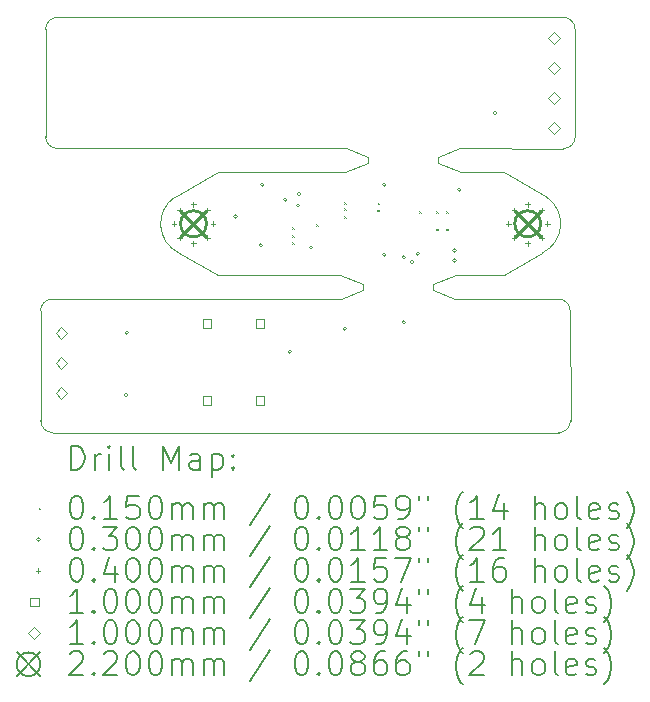
<source format=gbr>
%TF.GenerationSoftware,KiCad,Pcbnew,9.0.1*%
%TF.CreationDate,2025-06-23T12:59:58-04:00*%
%TF.ProjectId,Colossus_TI_rev_B,436f6c6f-7373-4757-935f-54495f726576,rev?*%
%TF.SameCoordinates,Original*%
%TF.FileFunction,Drillmap*%
%TF.FilePolarity,Positive*%
%FSLAX45Y45*%
G04 Gerber Fmt 4.5, Leading zero omitted, Abs format (unit mm)*
G04 Created by KiCad (PCBNEW 9.0.1) date 2025-06-23 12:59:58*
%MOMM*%
%LPD*%
G01*
G04 APERTURE LIST*
%ADD10C,0.038100*%
%ADD11C,0.200000*%
%ADD12C,0.100000*%
%ADD13C,0.220000*%
G04 APERTURE END LIST*
D10*
X7172711Y-5975290D02*
X7173000Y-5065000D01*
X8630000Y-6275000D02*
X9705000Y-6275000D01*
X8630000Y-7150000D02*
X8303750Y-6960000D01*
X10687500Y-6275000D02*
X11050000Y-6275000D01*
X7273000Y-4964978D02*
X11555289Y-4963711D01*
X11617289Y-8380289D02*
G75*
G02*
X11517289Y-8480289I-99999J-1D01*
G01*
X7272711Y-6075289D02*
G75*
G02*
X7172711Y-5975289I-1J99999D01*
G01*
X7232000Y-8480000D02*
G75*
G02*
X7132000Y-8380000I0J100000D01*
G01*
X10492500Y-6150000D02*
X10680000Y-6075000D01*
X7130000Y-7450000D02*
G75*
G02*
X7230000Y-7350000I100000J0D01*
G01*
X10450000Y-7275000D02*
X10637500Y-7350000D01*
X11515000Y-7350000D02*
X10637500Y-7350000D01*
X9857500Y-7275000D02*
X9670000Y-7350000D01*
X11515000Y-7350000D02*
G75*
G02*
X11615000Y-7450000I0J-100000D01*
G01*
X10645000Y-7150000D02*
X11050000Y-7150000D01*
X8630000Y-7150000D02*
X9662500Y-7150000D01*
X10492500Y-6200000D02*
X10687500Y-6275000D01*
X11050000Y-7150000D02*
X11377500Y-6960000D01*
X8303750Y-6960000D02*
G75*
G02*
X8265822Y-6486879I117500J247500D01*
G01*
X9857500Y-7225000D02*
X9857500Y-7275000D01*
X11555289Y-4963711D02*
G75*
G02*
X11655289Y-5063711I1J-99999D01*
G01*
X10492500Y-6200000D02*
X10492500Y-6150000D01*
X7232000Y-8480007D02*
X11517290Y-8480289D01*
X11657289Y-5975289D02*
G75*
G02*
X11557289Y-6075289I-99999J-1D01*
G01*
X10450000Y-7225000D02*
X10450000Y-7275000D01*
X9670000Y-7350000D02*
X7230000Y-7350000D01*
X9712500Y-6075000D02*
X7272711Y-6075000D01*
X10450000Y-7225000D02*
X10645000Y-7150000D01*
X11415428Y-6486879D02*
G75*
G02*
X11377500Y-6960000I-155428J-225621D01*
G01*
X11655289Y-5063711D02*
X11657500Y-5976000D01*
X11050000Y-6275000D02*
X11415428Y-6486879D01*
X9900000Y-6200000D02*
X9900000Y-6150000D01*
X8630000Y-6275000D02*
X8265822Y-6486879D01*
X9900000Y-6200000D02*
X9705000Y-6275000D01*
X11617289Y-8380290D02*
X11615000Y-7450000D01*
X7130000Y-7450000D02*
X7132000Y-8380000D01*
X7173000Y-5065000D02*
G75*
G02*
X7273000Y-4965000I100000J0D01*
G01*
X11557289Y-6075289D02*
X10680000Y-6075000D01*
X9857500Y-7225000D02*
X9662500Y-7150000D01*
X9900000Y-6150000D02*
X9712500Y-6075000D01*
D11*
D12*
X9262500Y-6737500D02*
X9277500Y-6752500D01*
X9277500Y-6737500D02*
X9262500Y-6752500D01*
X9262500Y-6807500D02*
X9277500Y-6822500D01*
X9277500Y-6807500D02*
X9262500Y-6822500D01*
X9262500Y-6867500D02*
X9277500Y-6882500D01*
X9277500Y-6867500D02*
X9262500Y-6882500D01*
X9462500Y-6717500D02*
X9477500Y-6732500D01*
X9477500Y-6717500D02*
X9462500Y-6732500D01*
X9697500Y-6527500D02*
X9712500Y-6542500D01*
X9712500Y-6527500D02*
X9697500Y-6542500D01*
X9697500Y-6581350D02*
X9712500Y-6596350D01*
X9712500Y-6581350D02*
X9697500Y-6596350D01*
X9698500Y-6647500D02*
X9713500Y-6662500D01*
X9713500Y-6647500D02*
X9698500Y-6662500D01*
X9981961Y-6593039D02*
X9996961Y-6608039D01*
X9996961Y-6593039D02*
X9981961Y-6608039D01*
X9984500Y-6532500D02*
X9999500Y-6547500D01*
X9999500Y-6532500D02*
X9984500Y-6547500D01*
X10337500Y-6607500D02*
X10352500Y-6622500D01*
X10352500Y-6607500D02*
X10337500Y-6622500D01*
X10477500Y-6607500D02*
X10492500Y-6622500D01*
X10492500Y-6607500D02*
X10477500Y-6622500D01*
X10477500Y-6752837D02*
X10492500Y-6767837D01*
X10492500Y-6752837D02*
X10477500Y-6767837D01*
X10562500Y-6607500D02*
X10577500Y-6622500D01*
X10577500Y-6607500D02*
X10562500Y-6622500D01*
X10562500Y-6752837D02*
X10577500Y-6767837D01*
X10577500Y-6752837D02*
X10562500Y-6767837D01*
X7867500Y-8162500D02*
G75*
G02*
X7837500Y-8162500I-15000J0D01*
G01*
X7837500Y-8162500D02*
G75*
G02*
X7867500Y-8162500I15000J0D01*
G01*
X7875000Y-7635000D02*
G75*
G02*
X7845000Y-7635000I-15000J0D01*
G01*
X7845000Y-7635000D02*
G75*
G02*
X7875000Y-7635000I15000J0D01*
G01*
X8795000Y-6650000D02*
G75*
G02*
X8765000Y-6650000I-15000J0D01*
G01*
X8765000Y-6650000D02*
G75*
G02*
X8795000Y-6650000I15000J0D01*
G01*
X9010000Y-6895000D02*
G75*
G02*
X8980000Y-6895000I-15000J0D01*
G01*
X8980000Y-6895000D02*
G75*
G02*
X9010000Y-6895000I15000J0D01*
G01*
X9023000Y-6383000D02*
G75*
G02*
X8993000Y-6383000I-15000J0D01*
G01*
X8993000Y-6383000D02*
G75*
G02*
X9023000Y-6383000I15000J0D01*
G01*
X9216000Y-6508000D02*
G75*
G02*
X9186000Y-6508000I-15000J0D01*
G01*
X9186000Y-6508000D02*
G75*
G02*
X9216000Y-6508000I15000J0D01*
G01*
X9255000Y-7795000D02*
G75*
G02*
X9225000Y-7795000I-15000J0D01*
G01*
X9225000Y-7795000D02*
G75*
G02*
X9255000Y-7795000I15000J0D01*
G01*
X9324000Y-6557000D02*
G75*
G02*
X9294000Y-6557000I-15000J0D01*
G01*
X9294000Y-6557000D02*
G75*
G02*
X9324000Y-6557000I15000J0D01*
G01*
X9335000Y-6460000D02*
G75*
G02*
X9305000Y-6460000I-15000J0D01*
G01*
X9305000Y-6460000D02*
G75*
G02*
X9335000Y-6460000I15000J0D01*
G01*
X9435000Y-6915000D02*
G75*
G02*
X9405000Y-6915000I-15000J0D01*
G01*
X9405000Y-6915000D02*
G75*
G02*
X9435000Y-6915000I15000J0D01*
G01*
X9720000Y-7602000D02*
G75*
G02*
X9690000Y-7602000I-15000J0D01*
G01*
X9690000Y-7602000D02*
G75*
G02*
X9720000Y-7602000I15000J0D01*
G01*
X10055000Y-6380000D02*
G75*
G02*
X10025000Y-6380000I-15000J0D01*
G01*
X10025000Y-6380000D02*
G75*
G02*
X10055000Y-6380000I15000J0D01*
G01*
X10055000Y-6975000D02*
G75*
G02*
X10025000Y-6975000I-15000J0D01*
G01*
X10025000Y-6975000D02*
G75*
G02*
X10055000Y-6975000I15000J0D01*
G01*
X10220000Y-6995000D02*
G75*
G02*
X10190000Y-6995000I-15000J0D01*
G01*
X10190000Y-6995000D02*
G75*
G02*
X10220000Y-6995000I15000J0D01*
G01*
X10220000Y-7547500D02*
G75*
G02*
X10190000Y-7547500I-15000J0D01*
G01*
X10190000Y-7547500D02*
G75*
G02*
X10220000Y-7547500I15000J0D01*
G01*
X10289136Y-7035000D02*
G75*
G02*
X10259136Y-7035000I-15000J0D01*
G01*
X10259136Y-7035000D02*
G75*
G02*
X10289136Y-7035000I15000J0D01*
G01*
X10339336Y-6964336D02*
G75*
G02*
X10309336Y-6964336I-15000J0D01*
G01*
X10309336Y-6964336D02*
G75*
G02*
X10339336Y-6964336I15000J0D01*
G01*
X10650000Y-6937000D02*
G75*
G02*
X10620000Y-6937000I-15000J0D01*
G01*
X10620000Y-6937000D02*
G75*
G02*
X10650000Y-6937000I15000J0D01*
G01*
X10650000Y-7025000D02*
G75*
G02*
X10620000Y-7025000I-15000J0D01*
G01*
X10620000Y-7025000D02*
G75*
G02*
X10650000Y-7025000I15000J0D01*
G01*
X10690000Y-6425000D02*
G75*
G02*
X10660000Y-6425000I-15000J0D01*
G01*
X10660000Y-6425000D02*
G75*
G02*
X10690000Y-6425000I15000J0D01*
G01*
X10992500Y-5775000D02*
G75*
G02*
X10962500Y-5775000I-15000J0D01*
G01*
X10962500Y-5775000D02*
G75*
G02*
X10992500Y-5775000I15000J0D01*
G01*
X8260000Y-6692500D02*
X8260000Y-6732500D01*
X8240000Y-6712500D02*
X8280000Y-6712500D01*
X8308327Y-6575827D02*
X8308327Y-6615827D01*
X8288327Y-6595827D02*
X8328327Y-6595827D01*
X8308327Y-6809173D02*
X8308327Y-6849173D01*
X8288327Y-6829173D02*
X8328327Y-6829173D01*
X8425000Y-6527500D02*
X8425000Y-6567500D01*
X8405000Y-6547500D02*
X8445000Y-6547500D01*
X8425000Y-6857500D02*
X8425000Y-6897500D01*
X8405000Y-6877500D02*
X8445000Y-6877500D01*
X8541673Y-6575827D02*
X8541673Y-6615827D01*
X8521673Y-6595827D02*
X8561673Y-6595827D01*
X8541673Y-6809173D02*
X8541673Y-6849173D01*
X8521673Y-6829173D02*
X8561673Y-6829173D01*
X8590000Y-6692500D02*
X8590000Y-6732500D01*
X8570000Y-6712500D02*
X8610000Y-6712500D01*
X11090000Y-6692500D02*
X11090000Y-6732500D01*
X11070000Y-6712500D02*
X11110000Y-6712500D01*
X11138327Y-6575827D02*
X11138327Y-6615827D01*
X11118327Y-6595827D02*
X11158327Y-6595827D01*
X11138327Y-6809173D02*
X11138327Y-6849173D01*
X11118327Y-6829173D02*
X11158327Y-6829173D01*
X11255000Y-6527500D02*
X11255000Y-6567500D01*
X11235000Y-6547500D02*
X11275000Y-6547500D01*
X11255000Y-6857500D02*
X11255000Y-6897500D01*
X11235000Y-6877500D02*
X11275000Y-6877500D01*
X11371673Y-6575827D02*
X11371673Y-6615827D01*
X11351673Y-6595827D02*
X11391673Y-6595827D01*
X11371673Y-6809173D02*
X11371673Y-6849173D01*
X11351673Y-6829173D02*
X11391673Y-6829173D01*
X11420000Y-6692500D02*
X11420000Y-6732500D01*
X11400000Y-6712500D02*
X11440000Y-6712500D01*
X8575356Y-7592856D02*
X8575356Y-7522144D01*
X8504644Y-7522144D01*
X8504644Y-7592856D01*
X8575356Y-7592856D01*
X8575356Y-8242856D02*
X8575356Y-8172145D01*
X8504644Y-8172145D01*
X8504644Y-8242856D01*
X8575356Y-8242856D01*
X9025356Y-7592856D02*
X9025356Y-7522144D01*
X8954644Y-7522144D01*
X8954644Y-7592856D01*
X9025356Y-7592856D01*
X9025356Y-8242856D02*
X9025356Y-8172145D01*
X8954644Y-8172145D01*
X8954644Y-8242856D01*
X9025356Y-8242856D01*
X7307500Y-7688500D02*
X7357500Y-7638500D01*
X7307500Y-7588500D01*
X7257500Y-7638500D01*
X7307500Y-7688500D01*
X7307500Y-7942500D02*
X7357500Y-7892500D01*
X7307500Y-7842500D01*
X7257500Y-7892500D01*
X7307500Y-7942500D01*
X7307500Y-8196500D02*
X7357500Y-8146500D01*
X7307500Y-8096500D01*
X7257500Y-8146500D01*
X7307500Y-8196500D01*
X11477500Y-5191500D02*
X11527500Y-5141500D01*
X11477500Y-5091500D01*
X11427500Y-5141500D01*
X11477500Y-5191500D01*
X11477500Y-5445500D02*
X11527500Y-5395500D01*
X11477500Y-5345500D01*
X11427500Y-5395500D01*
X11477500Y-5445500D01*
X11477500Y-5699500D02*
X11527500Y-5649500D01*
X11477500Y-5599500D01*
X11427500Y-5649500D01*
X11477500Y-5699500D01*
X11477500Y-5953500D02*
X11527500Y-5903500D01*
X11477500Y-5853500D01*
X11427500Y-5903500D01*
X11477500Y-5953500D01*
D13*
X8315000Y-6602500D02*
X8535000Y-6822500D01*
X8535000Y-6602500D02*
X8315000Y-6822500D01*
X8535000Y-6712500D02*
G75*
G02*
X8315000Y-6712500I-110000J0D01*
G01*
X8315000Y-6712500D02*
G75*
G02*
X8535000Y-6712500I110000J0D01*
G01*
X11145000Y-6602500D02*
X11365000Y-6822500D01*
X11365000Y-6602500D02*
X11145000Y-6822500D01*
X11365000Y-6712500D02*
G75*
G02*
X11145000Y-6712500I-110000J0D01*
G01*
X11145000Y-6712500D02*
G75*
G02*
X11365000Y-6712500I110000J0D01*
G01*
D11*
X7388872Y-8793678D02*
X7388872Y-8593678D01*
X7388872Y-8593678D02*
X7436491Y-8593678D01*
X7436491Y-8593678D02*
X7465062Y-8603202D01*
X7465062Y-8603202D02*
X7484110Y-8622250D01*
X7484110Y-8622250D02*
X7493634Y-8641297D01*
X7493634Y-8641297D02*
X7503157Y-8679392D01*
X7503157Y-8679392D02*
X7503157Y-8707964D01*
X7503157Y-8707964D02*
X7493634Y-8746059D01*
X7493634Y-8746059D02*
X7484110Y-8765107D01*
X7484110Y-8765107D02*
X7465062Y-8784154D01*
X7465062Y-8784154D02*
X7436491Y-8793678D01*
X7436491Y-8793678D02*
X7388872Y-8793678D01*
X7588872Y-8793678D02*
X7588872Y-8660345D01*
X7588872Y-8698440D02*
X7598396Y-8679392D01*
X7598396Y-8679392D02*
X7607919Y-8669869D01*
X7607919Y-8669869D02*
X7626967Y-8660345D01*
X7626967Y-8660345D02*
X7646015Y-8660345D01*
X7712681Y-8793678D02*
X7712681Y-8660345D01*
X7712681Y-8593678D02*
X7703157Y-8603202D01*
X7703157Y-8603202D02*
X7712681Y-8612726D01*
X7712681Y-8612726D02*
X7722205Y-8603202D01*
X7722205Y-8603202D02*
X7712681Y-8593678D01*
X7712681Y-8593678D02*
X7712681Y-8612726D01*
X7836491Y-8793678D02*
X7817443Y-8784154D01*
X7817443Y-8784154D02*
X7807919Y-8765107D01*
X7807919Y-8765107D02*
X7807919Y-8593678D01*
X7941253Y-8793678D02*
X7922205Y-8784154D01*
X7922205Y-8784154D02*
X7912681Y-8765107D01*
X7912681Y-8765107D02*
X7912681Y-8593678D01*
X8169824Y-8793678D02*
X8169824Y-8593678D01*
X8169824Y-8593678D02*
X8236491Y-8736535D01*
X8236491Y-8736535D02*
X8303157Y-8593678D01*
X8303157Y-8593678D02*
X8303157Y-8793678D01*
X8484110Y-8793678D02*
X8484110Y-8688916D01*
X8484110Y-8688916D02*
X8474586Y-8669869D01*
X8474586Y-8669869D02*
X8455539Y-8660345D01*
X8455539Y-8660345D02*
X8417443Y-8660345D01*
X8417443Y-8660345D02*
X8398396Y-8669869D01*
X8484110Y-8784154D02*
X8465062Y-8793678D01*
X8465062Y-8793678D02*
X8417443Y-8793678D01*
X8417443Y-8793678D02*
X8398396Y-8784154D01*
X8398396Y-8784154D02*
X8388872Y-8765107D01*
X8388872Y-8765107D02*
X8388872Y-8746059D01*
X8388872Y-8746059D02*
X8398396Y-8727011D01*
X8398396Y-8727011D02*
X8417443Y-8717488D01*
X8417443Y-8717488D02*
X8465062Y-8717488D01*
X8465062Y-8717488D02*
X8484110Y-8707964D01*
X8579348Y-8660345D02*
X8579348Y-8860345D01*
X8579348Y-8669869D02*
X8598396Y-8660345D01*
X8598396Y-8660345D02*
X8636491Y-8660345D01*
X8636491Y-8660345D02*
X8655539Y-8669869D01*
X8655539Y-8669869D02*
X8665062Y-8679392D01*
X8665062Y-8679392D02*
X8674586Y-8698440D01*
X8674586Y-8698440D02*
X8674586Y-8755583D01*
X8674586Y-8755583D02*
X8665062Y-8774630D01*
X8665062Y-8774630D02*
X8655539Y-8784154D01*
X8655539Y-8784154D02*
X8636491Y-8793678D01*
X8636491Y-8793678D02*
X8598396Y-8793678D01*
X8598396Y-8793678D02*
X8579348Y-8784154D01*
X8760300Y-8774630D02*
X8769824Y-8784154D01*
X8769824Y-8784154D02*
X8760300Y-8793678D01*
X8760300Y-8793678D02*
X8750777Y-8784154D01*
X8750777Y-8784154D02*
X8760300Y-8774630D01*
X8760300Y-8774630D02*
X8760300Y-8793678D01*
X8760300Y-8669869D02*
X8769824Y-8679392D01*
X8769824Y-8679392D02*
X8760300Y-8688916D01*
X8760300Y-8688916D02*
X8750777Y-8679392D01*
X8750777Y-8679392D02*
X8760300Y-8669869D01*
X8760300Y-8669869D02*
X8760300Y-8688916D01*
D12*
X7113095Y-9114694D02*
X7128095Y-9129694D01*
X7128095Y-9114694D02*
X7113095Y-9129694D01*
D11*
X7426967Y-9013678D02*
X7446015Y-9013678D01*
X7446015Y-9013678D02*
X7465062Y-9023202D01*
X7465062Y-9023202D02*
X7474586Y-9032726D01*
X7474586Y-9032726D02*
X7484110Y-9051773D01*
X7484110Y-9051773D02*
X7493634Y-9089869D01*
X7493634Y-9089869D02*
X7493634Y-9137488D01*
X7493634Y-9137488D02*
X7484110Y-9175583D01*
X7484110Y-9175583D02*
X7474586Y-9194630D01*
X7474586Y-9194630D02*
X7465062Y-9204154D01*
X7465062Y-9204154D02*
X7446015Y-9213678D01*
X7446015Y-9213678D02*
X7426967Y-9213678D01*
X7426967Y-9213678D02*
X7407919Y-9204154D01*
X7407919Y-9204154D02*
X7398396Y-9194630D01*
X7398396Y-9194630D02*
X7388872Y-9175583D01*
X7388872Y-9175583D02*
X7379348Y-9137488D01*
X7379348Y-9137488D02*
X7379348Y-9089869D01*
X7379348Y-9089869D02*
X7388872Y-9051773D01*
X7388872Y-9051773D02*
X7398396Y-9032726D01*
X7398396Y-9032726D02*
X7407919Y-9023202D01*
X7407919Y-9023202D02*
X7426967Y-9013678D01*
X7579348Y-9194630D02*
X7588872Y-9204154D01*
X7588872Y-9204154D02*
X7579348Y-9213678D01*
X7579348Y-9213678D02*
X7569824Y-9204154D01*
X7569824Y-9204154D02*
X7579348Y-9194630D01*
X7579348Y-9194630D02*
X7579348Y-9213678D01*
X7779348Y-9213678D02*
X7665062Y-9213678D01*
X7722205Y-9213678D02*
X7722205Y-9013678D01*
X7722205Y-9013678D02*
X7703157Y-9042250D01*
X7703157Y-9042250D02*
X7684110Y-9061297D01*
X7684110Y-9061297D02*
X7665062Y-9070821D01*
X7960300Y-9013678D02*
X7865062Y-9013678D01*
X7865062Y-9013678D02*
X7855538Y-9108916D01*
X7855538Y-9108916D02*
X7865062Y-9099392D01*
X7865062Y-9099392D02*
X7884110Y-9089869D01*
X7884110Y-9089869D02*
X7931729Y-9089869D01*
X7931729Y-9089869D02*
X7950777Y-9099392D01*
X7950777Y-9099392D02*
X7960300Y-9108916D01*
X7960300Y-9108916D02*
X7969824Y-9127964D01*
X7969824Y-9127964D02*
X7969824Y-9175583D01*
X7969824Y-9175583D02*
X7960300Y-9194630D01*
X7960300Y-9194630D02*
X7950777Y-9204154D01*
X7950777Y-9204154D02*
X7931729Y-9213678D01*
X7931729Y-9213678D02*
X7884110Y-9213678D01*
X7884110Y-9213678D02*
X7865062Y-9204154D01*
X7865062Y-9204154D02*
X7855538Y-9194630D01*
X8093634Y-9013678D02*
X8112681Y-9013678D01*
X8112681Y-9013678D02*
X8131729Y-9023202D01*
X8131729Y-9023202D02*
X8141253Y-9032726D01*
X8141253Y-9032726D02*
X8150777Y-9051773D01*
X8150777Y-9051773D02*
X8160300Y-9089869D01*
X8160300Y-9089869D02*
X8160300Y-9137488D01*
X8160300Y-9137488D02*
X8150777Y-9175583D01*
X8150777Y-9175583D02*
X8141253Y-9194630D01*
X8141253Y-9194630D02*
X8131729Y-9204154D01*
X8131729Y-9204154D02*
X8112681Y-9213678D01*
X8112681Y-9213678D02*
X8093634Y-9213678D01*
X8093634Y-9213678D02*
X8074586Y-9204154D01*
X8074586Y-9204154D02*
X8065062Y-9194630D01*
X8065062Y-9194630D02*
X8055538Y-9175583D01*
X8055538Y-9175583D02*
X8046015Y-9137488D01*
X8046015Y-9137488D02*
X8046015Y-9089869D01*
X8046015Y-9089869D02*
X8055538Y-9051773D01*
X8055538Y-9051773D02*
X8065062Y-9032726D01*
X8065062Y-9032726D02*
X8074586Y-9023202D01*
X8074586Y-9023202D02*
X8093634Y-9013678D01*
X8246015Y-9213678D02*
X8246015Y-9080345D01*
X8246015Y-9099392D02*
X8255538Y-9089869D01*
X8255538Y-9089869D02*
X8274586Y-9080345D01*
X8274586Y-9080345D02*
X8303158Y-9080345D01*
X8303158Y-9080345D02*
X8322205Y-9089869D01*
X8322205Y-9089869D02*
X8331729Y-9108916D01*
X8331729Y-9108916D02*
X8331729Y-9213678D01*
X8331729Y-9108916D02*
X8341253Y-9089869D01*
X8341253Y-9089869D02*
X8360300Y-9080345D01*
X8360300Y-9080345D02*
X8388872Y-9080345D01*
X8388872Y-9080345D02*
X8407920Y-9089869D01*
X8407920Y-9089869D02*
X8417443Y-9108916D01*
X8417443Y-9108916D02*
X8417443Y-9213678D01*
X8512681Y-9213678D02*
X8512681Y-9080345D01*
X8512681Y-9099392D02*
X8522205Y-9089869D01*
X8522205Y-9089869D02*
X8541253Y-9080345D01*
X8541253Y-9080345D02*
X8569824Y-9080345D01*
X8569824Y-9080345D02*
X8588872Y-9089869D01*
X8588872Y-9089869D02*
X8598396Y-9108916D01*
X8598396Y-9108916D02*
X8598396Y-9213678D01*
X8598396Y-9108916D02*
X8607920Y-9089869D01*
X8607920Y-9089869D02*
X8626967Y-9080345D01*
X8626967Y-9080345D02*
X8655539Y-9080345D01*
X8655539Y-9080345D02*
X8674586Y-9089869D01*
X8674586Y-9089869D02*
X8684110Y-9108916D01*
X8684110Y-9108916D02*
X8684110Y-9213678D01*
X9074586Y-9004154D02*
X8903158Y-9261297D01*
X9331729Y-9013678D02*
X9350777Y-9013678D01*
X9350777Y-9013678D02*
X9369824Y-9023202D01*
X9369824Y-9023202D02*
X9379348Y-9032726D01*
X9379348Y-9032726D02*
X9388872Y-9051773D01*
X9388872Y-9051773D02*
X9398396Y-9089869D01*
X9398396Y-9089869D02*
X9398396Y-9137488D01*
X9398396Y-9137488D02*
X9388872Y-9175583D01*
X9388872Y-9175583D02*
X9379348Y-9194630D01*
X9379348Y-9194630D02*
X9369824Y-9204154D01*
X9369824Y-9204154D02*
X9350777Y-9213678D01*
X9350777Y-9213678D02*
X9331729Y-9213678D01*
X9331729Y-9213678D02*
X9312682Y-9204154D01*
X9312682Y-9204154D02*
X9303158Y-9194630D01*
X9303158Y-9194630D02*
X9293634Y-9175583D01*
X9293634Y-9175583D02*
X9284110Y-9137488D01*
X9284110Y-9137488D02*
X9284110Y-9089869D01*
X9284110Y-9089869D02*
X9293634Y-9051773D01*
X9293634Y-9051773D02*
X9303158Y-9032726D01*
X9303158Y-9032726D02*
X9312682Y-9023202D01*
X9312682Y-9023202D02*
X9331729Y-9013678D01*
X9484110Y-9194630D02*
X9493634Y-9204154D01*
X9493634Y-9204154D02*
X9484110Y-9213678D01*
X9484110Y-9213678D02*
X9474586Y-9204154D01*
X9474586Y-9204154D02*
X9484110Y-9194630D01*
X9484110Y-9194630D02*
X9484110Y-9213678D01*
X9617443Y-9013678D02*
X9636491Y-9013678D01*
X9636491Y-9013678D02*
X9655539Y-9023202D01*
X9655539Y-9023202D02*
X9665063Y-9032726D01*
X9665063Y-9032726D02*
X9674586Y-9051773D01*
X9674586Y-9051773D02*
X9684110Y-9089869D01*
X9684110Y-9089869D02*
X9684110Y-9137488D01*
X9684110Y-9137488D02*
X9674586Y-9175583D01*
X9674586Y-9175583D02*
X9665063Y-9194630D01*
X9665063Y-9194630D02*
X9655539Y-9204154D01*
X9655539Y-9204154D02*
X9636491Y-9213678D01*
X9636491Y-9213678D02*
X9617443Y-9213678D01*
X9617443Y-9213678D02*
X9598396Y-9204154D01*
X9598396Y-9204154D02*
X9588872Y-9194630D01*
X9588872Y-9194630D02*
X9579348Y-9175583D01*
X9579348Y-9175583D02*
X9569824Y-9137488D01*
X9569824Y-9137488D02*
X9569824Y-9089869D01*
X9569824Y-9089869D02*
X9579348Y-9051773D01*
X9579348Y-9051773D02*
X9588872Y-9032726D01*
X9588872Y-9032726D02*
X9598396Y-9023202D01*
X9598396Y-9023202D02*
X9617443Y-9013678D01*
X9807920Y-9013678D02*
X9826967Y-9013678D01*
X9826967Y-9013678D02*
X9846015Y-9023202D01*
X9846015Y-9023202D02*
X9855539Y-9032726D01*
X9855539Y-9032726D02*
X9865063Y-9051773D01*
X9865063Y-9051773D02*
X9874586Y-9089869D01*
X9874586Y-9089869D02*
X9874586Y-9137488D01*
X9874586Y-9137488D02*
X9865063Y-9175583D01*
X9865063Y-9175583D02*
X9855539Y-9194630D01*
X9855539Y-9194630D02*
X9846015Y-9204154D01*
X9846015Y-9204154D02*
X9826967Y-9213678D01*
X9826967Y-9213678D02*
X9807920Y-9213678D01*
X9807920Y-9213678D02*
X9788872Y-9204154D01*
X9788872Y-9204154D02*
X9779348Y-9194630D01*
X9779348Y-9194630D02*
X9769824Y-9175583D01*
X9769824Y-9175583D02*
X9760301Y-9137488D01*
X9760301Y-9137488D02*
X9760301Y-9089869D01*
X9760301Y-9089869D02*
X9769824Y-9051773D01*
X9769824Y-9051773D02*
X9779348Y-9032726D01*
X9779348Y-9032726D02*
X9788872Y-9023202D01*
X9788872Y-9023202D02*
X9807920Y-9013678D01*
X10055539Y-9013678D02*
X9960301Y-9013678D01*
X9960301Y-9013678D02*
X9950777Y-9108916D01*
X9950777Y-9108916D02*
X9960301Y-9099392D01*
X9960301Y-9099392D02*
X9979348Y-9089869D01*
X9979348Y-9089869D02*
X10026967Y-9089869D01*
X10026967Y-9089869D02*
X10046015Y-9099392D01*
X10046015Y-9099392D02*
X10055539Y-9108916D01*
X10055539Y-9108916D02*
X10065063Y-9127964D01*
X10065063Y-9127964D02*
X10065063Y-9175583D01*
X10065063Y-9175583D02*
X10055539Y-9194630D01*
X10055539Y-9194630D02*
X10046015Y-9204154D01*
X10046015Y-9204154D02*
X10026967Y-9213678D01*
X10026967Y-9213678D02*
X9979348Y-9213678D01*
X9979348Y-9213678D02*
X9960301Y-9204154D01*
X9960301Y-9204154D02*
X9950777Y-9194630D01*
X10160301Y-9213678D02*
X10198396Y-9213678D01*
X10198396Y-9213678D02*
X10217444Y-9204154D01*
X10217444Y-9204154D02*
X10226967Y-9194630D01*
X10226967Y-9194630D02*
X10246015Y-9166059D01*
X10246015Y-9166059D02*
X10255539Y-9127964D01*
X10255539Y-9127964D02*
X10255539Y-9051773D01*
X10255539Y-9051773D02*
X10246015Y-9032726D01*
X10246015Y-9032726D02*
X10236491Y-9023202D01*
X10236491Y-9023202D02*
X10217444Y-9013678D01*
X10217444Y-9013678D02*
X10179348Y-9013678D01*
X10179348Y-9013678D02*
X10160301Y-9023202D01*
X10160301Y-9023202D02*
X10150777Y-9032726D01*
X10150777Y-9032726D02*
X10141253Y-9051773D01*
X10141253Y-9051773D02*
X10141253Y-9099392D01*
X10141253Y-9099392D02*
X10150777Y-9118440D01*
X10150777Y-9118440D02*
X10160301Y-9127964D01*
X10160301Y-9127964D02*
X10179348Y-9137488D01*
X10179348Y-9137488D02*
X10217444Y-9137488D01*
X10217444Y-9137488D02*
X10236491Y-9127964D01*
X10236491Y-9127964D02*
X10246015Y-9118440D01*
X10246015Y-9118440D02*
X10255539Y-9099392D01*
X10331729Y-9013678D02*
X10331729Y-9051773D01*
X10407920Y-9013678D02*
X10407920Y-9051773D01*
X10703158Y-9289869D02*
X10693634Y-9280345D01*
X10693634Y-9280345D02*
X10674586Y-9251773D01*
X10674586Y-9251773D02*
X10665063Y-9232726D01*
X10665063Y-9232726D02*
X10655539Y-9204154D01*
X10655539Y-9204154D02*
X10646015Y-9156535D01*
X10646015Y-9156535D02*
X10646015Y-9118440D01*
X10646015Y-9118440D02*
X10655539Y-9070821D01*
X10655539Y-9070821D02*
X10665063Y-9042250D01*
X10665063Y-9042250D02*
X10674586Y-9023202D01*
X10674586Y-9023202D02*
X10693634Y-8994630D01*
X10693634Y-8994630D02*
X10703158Y-8985107D01*
X10884110Y-9213678D02*
X10769825Y-9213678D01*
X10826967Y-9213678D02*
X10826967Y-9013678D01*
X10826967Y-9013678D02*
X10807920Y-9042250D01*
X10807920Y-9042250D02*
X10788872Y-9061297D01*
X10788872Y-9061297D02*
X10769825Y-9070821D01*
X11055539Y-9080345D02*
X11055539Y-9213678D01*
X11007920Y-9004154D02*
X10960301Y-9147011D01*
X10960301Y-9147011D02*
X11084110Y-9147011D01*
X11312682Y-9213678D02*
X11312682Y-9013678D01*
X11398396Y-9213678D02*
X11398396Y-9108916D01*
X11398396Y-9108916D02*
X11388872Y-9089869D01*
X11388872Y-9089869D02*
X11369825Y-9080345D01*
X11369825Y-9080345D02*
X11341253Y-9080345D01*
X11341253Y-9080345D02*
X11322205Y-9089869D01*
X11322205Y-9089869D02*
X11312682Y-9099392D01*
X11522205Y-9213678D02*
X11503158Y-9204154D01*
X11503158Y-9204154D02*
X11493634Y-9194630D01*
X11493634Y-9194630D02*
X11484110Y-9175583D01*
X11484110Y-9175583D02*
X11484110Y-9118440D01*
X11484110Y-9118440D02*
X11493634Y-9099392D01*
X11493634Y-9099392D02*
X11503158Y-9089869D01*
X11503158Y-9089869D02*
X11522205Y-9080345D01*
X11522205Y-9080345D02*
X11550777Y-9080345D01*
X11550777Y-9080345D02*
X11569825Y-9089869D01*
X11569825Y-9089869D02*
X11579348Y-9099392D01*
X11579348Y-9099392D02*
X11588872Y-9118440D01*
X11588872Y-9118440D02*
X11588872Y-9175583D01*
X11588872Y-9175583D02*
X11579348Y-9194630D01*
X11579348Y-9194630D02*
X11569825Y-9204154D01*
X11569825Y-9204154D02*
X11550777Y-9213678D01*
X11550777Y-9213678D02*
X11522205Y-9213678D01*
X11703158Y-9213678D02*
X11684110Y-9204154D01*
X11684110Y-9204154D02*
X11674586Y-9185107D01*
X11674586Y-9185107D02*
X11674586Y-9013678D01*
X11855539Y-9204154D02*
X11836491Y-9213678D01*
X11836491Y-9213678D02*
X11798396Y-9213678D01*
X11798396Y-9213678D02*
X11779348Y-9204154D01*
X11779348Y-9204154D02*
X11769825Y-9185107D01*
X11769825Y-9185107D02*
X11769825Y-9108916D01*
X11769825Y-9108916D02*
X11779348Y-9089869D01*
X11779348Y-9089869D02*
X11798396Y-9080345D01*
X11798396Y-9080345D02*
X11836491Y-9080345D01*
X11836491Y-9080345D02*
X11855539Y-9089869D01*
X11855539Y-9089869D02*
X11865063Y-9108916D01*
X11865063Y-9108916D02*
X11865063Y-9127964D01*
X11865063Y-9127964D02*
X11769825Y-9147011D01*
X11941253Y-9204154D02*
X11960301Y-9213678D01*
X11960301Y-9213678D02*
X11998396Y-9213678D01*
X11998396Y-9213678D02*
X12017444Y-9204154D01*
X12017444Y-9204154D02*
X12026967Y-9185107D01*
X12026967Y-9185107D02*
X12026967Y-9175583D01*
X12026967Y-9175583D02*
X12017444Y-9156535D01*
X12017444Y-9156535D02*
X11998396Y-9147011D01*
X11998396Y-9147011D02*
X11969825Y-9147011D01*
X11969825Y-9147011D02*
X11950777Y-9137488D01*
X11950777Y-9137488D02*
X11941253Y-9118440D01*
X11941253Y-9118440D02*
X11941253Y-9108916D01*
X11941253Y-9108916D02*
X11950777Y-9089869D01*
X11950777Y-9089869D02*
X11969825Y-9080345D01*
X11969825Y-9080345D02*
X11998396Y-9080345D01*
X11998396Y-9080345D02*
X12017444Y-9089869D01*
X12093634Y-9289869D02*
X12103158Y-9280345D01*
X12103158Y-9280345D02*
X12122206Y-9251773D01*
X12122206Y-9251773D02*
X12131729Y-9232726D01*
X12131729Y-9232726D02*
X12141253Y-9204154D01*
X12141253Y-9204154D02*
X12150777Y-9156535D01*
X12150777Y-9156535D02*
X12150777Y-9118440D01*
X12150777Y-9118440D02*
X12141253Y-9070821D01*
X12141253Y-9070821D02*
X12131729Y-9042250D01*
X12131729Y-9042250D02*
X12122206Y-9023202D01*
X12122206Y-9023202D02*
X12103158Y-8994630D01*
X12103158Y-8994630D02*
X12093634Y-8985107D01*
D12*
X7128095Y-9386194D02*
G75*
G02*
X7098095Y-9386194I-15000J0D01*
G01*
X7098095Y-9386194D02*
G75*
G02*
X7128095Y-9386194I15000J0D01*
G01*
D11*
X7426967Y-9277678D02*
X7446015Y-9277678D01*
X7446015Y-9277678D02*
X7465062Y-9287202D01*
X7465062Y-9287202D02*
X7474586Y-9296726D01*
X7474586Y-9296726D02*
X7484110Y-9315773D01*
X7484110Y-9315773D02*
X7493634Y-9353869D01*
X7493634Y-9353869D02*
X7493634Y-9401488D01*
X7493634Y-9401488D02*
X7484110Y-9439583D01*
X7484110Y-9439583D02*
X7474586Y-9458630D01*
X7474586Y-9458630D02*
X7465062Y-9468154D01*
X7465062Y-9468154D02*
X7446015Y-9477678D01*
X7446015Y-9477678D02*
X7426967Y-9477678D01*
X7426967Y-9477678D02*
X7407919Y-9468154D01*
X7407919Y-9468154D02*
X7398396Y-9458630D01*
X7398396Y-9458630D02*
X7388872Y-9439583D01*
X7388872Y-9439583D02*
X7379348Y-9401488D01*
X7379348Y-9401488D02*
X7379348Y-9353869D01*
X7379348Y-9353869D02*
X7388872Y-9315773D01*
X7388872Y-9315773D02*
X7398396Y-9296726D01*
X7398396Y-9296726D02*
X7407919Y-9287202D01*
X7407919Y-9287202D02*
X7426967Y-9277678D01*
X7579348Y-9458630D02*
X7588872Y-9468154D01*
X7588872Y-9468154D02*
X7579348Y-9477678D01*
X7579348Y-9477678D02*
X7569824Y-9468154D01*
X7569824Y-9468154D02*
X7579348Y-9458630D01*
X7579348Y-9458630D02*
X7579348Y-9477678D01*
X7655538Y-9277678D02*
X7779348Y-9277678D01*
X7779348Y-9277678D02*
X7712681Y-9353869D01*
X7712681Y-9353869D02*
X7741253Y-9353869D01*
X7741253Y-9353869D02*
X7760300Y-9363392D01*
X7760300Y-9363392D02*
X7769824Y-9372916D01*
X7769824Y-9372916D02*
X7779348Y-9391964D01*
X7779348Y-9391964D02*
X7779348Y-9439583D01*
X7779348Y-9439583D02*
X7769824Y-9458630D01*
X7769824Y-9458630D02*
X7760300Y-9468154D01*
X7760300Y-9468154D02*
X7741253Y-9477678D01*
X7741253Y-9477678D02*
X7684110Y-9477678D01*
X7684110Y-9477678D02*
X7665062Y-9468154D01*
X7665062Y-9468154D02*
X7655538Y-9458630D01*
X7903157Y-9277678D02*
X7922205Y-9277678D01*
X7922205Y-9277678D02*
X7941253Y-9287202D01*
X7941253Y-9287202D02*
X7950777Y-9296726D01*
X7950777Y-9296726D02*
X7960300Y-9315773D01*
X7960300Y-9315773D02*
X7969824Y-9353869D01*
X7969824Y-9353869D02*
X7969824Y-9401488D01*
X7969824Y-9401488D02*
X7960300Y-9439583D01*
X7960300Y-9439583D02*
X7950777Y-9458630D01*
X7950777Y-9458630D02*
X7941253Y-9468154D01*
X7941253Y-9468154D02*
X7922205Y-9477678D01*
X7922205Y-9477678D02*
X7903157Y-9477678D01*
X7903157Y-9477678D02*
X7884110Y-9468154D01*
X7884110Y-9468154D02*
X7874586Y-9458630D01*
X7874586Y-9458630D02*
X7865062Y-9439583D01*
X7865062Y-9439583D02*
X7855538Y-9401488D01*
X7855538Y-9401488D02*
X7855538Y-9353869D01*
X7855538Y-9353869D02*
X7865062Y-9315773D01*
X7865062Y-9315773D02*
X7874586Y-9296726D01*
X7874586Y-9296726D02*
X7884110Y-9287202D01*
X7884110Y-9287202D02*
X7903157Y-9277678D01*
X8093634Y-9277678D02*
X8112681Y-9277678D01*
X8112681Y-9277678D02*
X8131729Y-9287202D01*
X8131729Y-9287202D02*
X8141253Y-9296726D01*
X8141253Y-9296726D02*
X8150777Y-9315773D01*
X8150777Y-9315773D02*
X8160300Y-9353869D01*
X8160300Y-9353869D02*
X8160300Y-9401488D01*
X8160300Y-9401488D02*
X8150777Y-9439583D01*
X8150777Y-9439583D02*
X8141253Y-9458630D01*
X8141253Y-9458630D02*
X8131729Y-9468154D01*
X8131729Y-9468154D02*
X8112681Y-9477678D01*
X8112681Y-9477678D02*
X8093634Y-9477678D01*
X8093634Y-9477678D02*
X8074586Y-9468154D01*
X8074586Y-9468154D02*
X8065062Y-9458630D01*
X8065062Y-9458630D02*
X8055538Y-9439583D01*
X8055538Y-9439583D02*
X8046015Y-9401488D01*
X8046015Y-9401488D02*
X8046015Y-9353869D01*
X8046015Y-9353869D02*
X8055538Y-9315773D01*
X8055538Y-9315773D02*
X8065062Y-9296726D01*
X8065062Y-9296726D02*
X8074586Y-9287202D01*
X8074586Y-9287202D02*
X8093634Y-9277678D01*
X8246015Y-9477678D02*
X8246015Y-9344345D01*
X8246015Y-9363392D02*
X8255538Y-9353869D01*
X8255538Y-9353869D02*
X8274586Y-9344345D01*
X8274586Y-9344345D02*
X8303158Y-9344345D01*
X8303158Y-9344345D02*
X8322205Y-9353869D01*
X8322205Y-9353869D02*
X8331729Y-9372916D01*
X8331729Y-9372916D02*
X8331729Y-9477678D01*
X8331729Y-9372916D02*
X8341253Y-9353869D01*
X8341253Y-9353869D02*
X8360300Y-9344345D01*
X8360300Y-9344345D02*
X8388872Y-9344345D01*
X8388872Y-9344345D02*
X8407920Y-9353869D01*
X8407920Y-9353869D02*
X8417443Y-9372916D01*
X8417443Y-9372916D02*
X8417443Y-9477678D01*
X8512681Y-9477678D02*
X8512681Y-9344345D01*
X8512681Y-9363392D02*
X8522205Y-9353869D01*
X8522205Y-9353869D02*
X8541253Y-9344345D01*
X8541253Y-9344345D02*
X8569824Y-9344345D01*
X8569824Y-9344345D02*
X8588872Y-9353869D01*
X8588872Y-9353869D02*
X8598396Y-9372916D01*
X8598396Y-9372916D02*
X8598396Y-9477678D01*
X8598396Y-9372916D02*
X8607920Y-9353869D01*
X8607920Y-9353869D02*
X8626967Y-9344345D01*
X8626967Y-9344345D02*
X8655539Y-9344345D01*
X8655539Y-9344345D02*
X8674586Y-9353869D01*
X8674586Y-9353869D02*
X8684110Y-9372916D01*
X8684110Y-9372916D02*
X8684110Y-9477678D01*
X9074586Y-9268154D02*
X8903158Y-9525297D01*
X9331729Y-9277678D02*
X9350777Y-9277678D01*
X9350777Y-9277678D02*
X9369824Y-9287202D01*
X9369824Y-9287202D02*
X9379348Y-9296726D01*
X9379348Y-9296726D02*
X9388872Y-9315773D01*
X9388872Y-9315773D02*
X9398396Y-9353869D01*
X9398396Y-9353869D02*
X9398396Y-9401488D01*
X9398396Y-9401488D02*
X9388872Y-9439583D01*
X9388872Y-9439583D02*
X9379348Y-9458630D01*
X9379348Y-9458630D02*
X9369824Y-9468154D01*
X9369824Y-9468154D02*
X9350777Y-9477678D01*
X9350777Y-9477678D02*
X9331729Y-9477678D01*
X9331729Y-9477678D02*
X9312682Y-9468154D01*
X9312682Y-9468154D02*
X9303158Y-9458630D01*
X9303158Y-9458630D02*
X9293634Y-9439583D01*
X9293634Y-9439583D02*
X9284110Y-9401488D01*
X9284110Y-9401488D02*
X9284110Y-9353869D01*
X9284110Y-9353869D02*
X9293634Y-9315773D01*
X9293634Y-9315773D02*
X9303158Y-9296726D01*
X9303158Y-9296726D02*
X9312682Y-9287202D01*
X9312682Y-9287202D02*
X9331729Y-9277678D01*
X9484110Y-9458630D02*
X9493634Y-9468154D01*
X9493634Y-9468154D02*
X9484110Y-9477678D01*
X9484110Y-9477678D02*
X9474586Y-9468154D01*
X9474586Y-9468154D02*
X9484110Y-9458630D01*
X9484110Y-9458630D02*
X9484110Y-9477678D01*
X9617443Y-9277678D02*
X9636491Y-9277678D01*
X9636491Y-9277678D02*
X9655539Y-9287202D01*
X9655539Y-9287202D02*
X9665063Y-9296726D01*
X9665063Y-9296726D02*
X9674586Y-9315773D01*
X9674586Y-9315773D02*
X9684110Y-9353869D01*
X9684110Y-9353869D02*
X9684110Y-9401488D01*
X9684110Y-9401488D02*
X9674586Y-9439583D01*
X9674586Y-9439583D02*
X9665063Y-9458630D01*
X9665063Y-9458630D02*
X9655539Y-9468154D01*
X9655539Y-9468154D02*
X9636491Y-9477678D01*
X9636491Y-9477678D02*
X9617443Y-9477678D01*
X9617443Y-9477678D02*
X9598396Y-9468154D01*
X9598396Y-9468154D02*
X9588872Y-9458630D01*
X9588872Y-9458630D02*
X9579348Y-9439583D01*
X9579348Y-9439583D02*
X9569824Y-9401488D01*
X9569824Y-9401488D02*
X9569824Y-9353869D01*
X9569824Y-9353869D02*
X9579348Y-9315773D01*
X9579348Y-9315773D02*
X9588872Y-9296726D01*
X9588872Y-9296726D02*
X9598396Y-9287202D01*
X9598396Y-9287202D02*
X9617443Y-9277678D01*
X9874586Y-9477678D02*
X9760301Y-9477678D01*
X9817443Y-9477678D02*
X9817443Y-9277678D01*
X9817443Y-9277678D02*
X9798396Y-9306250D01*
X9798396Y-9306250D02*
X9779348Y-9325297D01*
X9779348Y-9325297D02*
X9760301Y-9334821D01*
X10065063Y-9477678D02*
X9950777Y-9477678D01*
X10007920Y-9477678D02*
X10007920Y-9277678D01*
X10007920Y-9277678D02*
X9988872Y-9306250D01*
X9988872Y-9306250D02*
X9969824Y-9325297D01*
X9969824Y-9325297D02*
X9950777Y-9334821D01*
X10179348Y-9363392D02*
X10160301Y-9353869D01*
X10160301Y-9353869D02*
X10150777Y-9344345D01*
X10150777Y-9344345D02*
X10141253Y-9325297D01*
X10141253Y-9325297D02*
X10141253Y-9315773D01*
X10141253Y-9315773D02*
X10150777Y-9296726D01*
X10150777Y-9296726D02*
X10160301Y-9287202D01*
X10160301Y-9287202D02*
X10179348Y-9277678D01*
X10179348Y-9277678D02*
X10217444Y-9277678D01*
X10217444Y-9277678D02*
X10236491Y-9287202D01*
X10236491Y-9287202D02*
X10246015Y-9296726D01*
X10246015Y-9296726D02*
X10255539Y-9315773D01*
X10255539Y-9315773D02*
X10255539Y-9325297D01*
X10255539Y-9325297D02*
X10246015Y-9344345D01*
X10246015Y-9344345D02*
X10236491Y-9353869D01*
X10236491Y-9353869D02*
X10217444Y-9363392D01*
X10217444Y-9363392D02*
X10179348Y-9363392D01*
X10179348Y-9363392D02*
X10160301Y-9372916D01*
X10160301Y-9372916D02*
X10150777Y-9382440D01*
X10150777Y-9382440D02*
X10141253Y-9401488D01*
X10141253Y-9401488D02*
X10141253Y-9439583D01*
X10141253Y-9439583D02*
X10150777Y-9458630D01*
X10150777Y-9458630D02*
X10160301Y-9468154D01*
X10160301Y-9468154D02*
X10179348Y-9477678D01*
X10179348Y-9477678D02*
X10217444Y-9477678D01*
X10217444Y-9477678D02*
X10236491Y-9468154D01*
X10236491Y-9468154D02*
X10246015Y-9458630D01*
X10246015Y-9458630D02*
X10255539Y-9439583D01*
X10255539Y-9439583D02*
X10255539Y-9401488D01*
X10255539Y-9401488D02*
X10246015Y-9382440D01*
X10246015Y-9382440D02*
X10236491Y-9372916D01*
X10236491Y-9372916D02*
X10217444Y-9363392D01*
X10331729Y-9277678D02*
X10331729Y-9315773D01*
X10407920Y-9277678D02*
X10407920Y-9315773D01*
X10703158Y-9553869D02*
X10693634Y-9544345D01*
X10693634Y-9544345D02*
X10674586Y-9515773D01*
X10674586Y-9515773D02*
X10665063Y-9496726D01*
X10665063Y-9496726D02*
X10655539Y-9468154D01*
X10655539Y-9468154D02*
X10646015Y-9420535D01*
X10646015Y-9420535D02*
X10646015Y-9382440D01*
X10646015Y-9382440D02*
X10655539Y-9334821D01*
X10655539Y-9334821D02*
X10665063Y-9306250D01*
X10665063Y-9306250D02*
X10674586Y-9287202D01*
X10674586Y-9287202D02*
X10693634Y-9258630D01*
X10693634Y-9258630D02*
X10703158Y-9249107D01*
X10769825Y-9296726D02*
X10779348Y-9287202D01*
X10779348Y-9287202D02*
X10798396Y-9277678D01*
X10798396Y-9277678D02*
X10846015Y-9277678D01*
X10846015Y-9277678D02*
X10865063Y-9287202D01*
X10865063Y-9287202D02*
X10874586Y-9296726D01*
X10874586Y-9296726D02*
X10884110Y-9315773D01*
X10884110Y-9315773D02*
X10884110Y-9334821D01*
X10884110Y-9334821D02*
X10874586Y-9363392D01*
X10874586Y-9363392D02*
X10760301Y-9477678D01*
X10760301Y-9477678D02*
X10884110Y-9477678D01*
X11074586Y-9477678D02*
X10960301Y-9477678D01*
X11017444Y-9477678D02*
X11017444Y-9277678D01*
X11017444Y-9277678D02*
X10998396Y-9306250D01*
X10998396Y-9306250D02*
X10979348Y-9325297D01*
X10979348Y-9325297D02*
X10960301Y-9334821D01*
X11312682Y-9477678D02*
X11312682Y-9277678D01*
X11398396Y-9477678D02*
X11398396Y-9372916D01*
X11398396Y-9372916D02*
X11388872Y-9353869D01*
X11388872Y-9353869D02*
X11369825Y-9344345D01*
X11369825Y-9344345D02*
X11341253Y-9344345D01*
X11341253Y-9344345D02*
X11322205Y-9353869D01*
X11322205Y-9353869D02*
X11312682Y-9363392D01*
X11522205Y-9477678D02*
X11503158Y-9468154D01*
X11503158Y-9468154D02*
X11493634Y-9458630D01*
X11493634Y-9458630D02*
X11484110Y-9439583D01*
X11484110Y-9439583D02*
X11484110Y-9382440D01*
X11484110Y-9382440D02*
X11493634Y-9363392D01*
X11493634Y-9363392D02*
X11503158Y-9353869D01*
X11503158Y-9353869D02*
X11522205Y-9344345D01*
X11522205Y-9344345D02*
X11550777Y-9344345D01*
X11550777Y-9344345D02*
X11569825Y-9353869D01*
X11569825Y-9353869D02*
X11579348Y-9363392D01*
X11579348Y-9363392D02*
X11588872Y-9382440D01*
X11588872Y-9382440D02*
X11588872Y-9439583D01*
X11588872Y-9439583D02*
X11579348Y-9458630D01*
X11579348Y-9458630D02*
X11569825Y-9468154D01*
X11569825Y-9468154D02*
X11550777Y-9477678D01*
X11550777Y-9477678D02*
X11522205Y-9477678D01*
X11703158Y-9477678D02*
X11684110Y-9468154D01*
X11684110Y-9468154D02*
X11674586Y-9449107D01*
X11674586Y-9449107D02*
X11674586Y-9277678D01*
X11855539Y-9468154D02*
X11836491Y-9477678D01*
X11836491Y-9477678D02*
X11798396Y-9477678D01*
X11798396Y-9477678D02*
X11779348Y-9468154D01*
X11779348Y-9468154D02*
X11769825Y-9449107D01*
X11769825Y-9449107D02*
X11769825Y-9372916D01*
X11769825Y-9372916D02*
X11779348Y-9353869D01*
X11779348Y-9353869D02*
X11798396Y-9344345D01*
X11798396Y-9344345D02*
X11836491Y-9344345D01*
X11836491Y-9344345D02*
X11855539Y-9353869D01*
X11855539Y-9353869D02*
X11865063Y-9372916D01*
X11865063Y-9372916D02*
X11865063Y-9391964D01*
X11865063Y-9391964D02*
X11769825Y-9411011D01*
X11941253Y-9468154D02*
X11960301Y-9477678D01*
X11960301Y-9477678D02*
X11998396Y-9477678D01*
X11998396Y-9477678D02*
X12017444Y-9468154D01*
X12017444Y-9468154D02*
X12026967Y-9449107D01*
X12026967Y-9449107D02*
X12026967Y-9439583D01*
X12026967Y-9439583D02*
X12017444Y-9420535D01*
X12017444Y-9420535D02*
X11998396Y-9411011D01*
X11998396Y-9411011D02*
X11969825Y-9411011D01*
X11969825Y-9411011D02*
X11950777Y-9401488D01*
X11950777Y-9401488D02*
X11941253Y-9382440D01*
X11941253Y-9382440D02*
X11941253Y-9372916D01*
X11941253Y-9372916D02*
X11950777Y-9353869D01*
X11950777Y-9353869D02*
X11969825Y-9344345D01*
X11969825Y-9344345D02*
X11998396Y-9344345D01*
X11998396Y-9344345D02*
X12017444Y-9353869D01*
X12093634Y-9553869D02*
X12103158Y-9544345D01*
X12103158Y-9544345D02*
X12122206Y-9515773D01*
X12122206Y-9515773D02*
X12131729Y-9496726D01*
X12131729Y-9496726D02*
X12141253Y-9468154D01*
X12141253Y-9468154D02*
X12150777Y-9420535D01*
X12150777Y-9420535D02*
X12150777Y-9382440D01*
X12150777Y-9382440D02*
X12141253Y-9334821D01*
X12141253Y-9334821D02*
X12131729Y-9306250D01*
X12131729Y-9306250D02*
X12122206Y-9287202D01*
X12122206Y-9287202D02*
X12103158Y-9258630D01*
X12103158Y-9258630D02*
X12093634Y-9249107D01*
D12*
X7108095Y-9630194D02*
X7108095Y-9670194D01*
X7088095Y-9650194D02*
X7128095Y-9650194D01*
D11*
X7426967Y-9541678D02*
X7446015Y-9541678D01*
X7446015Y-9541678D02*
X7465062Y-9551202D01*
X7465062Y-9551202D02*
X7474586Y-9560726D01*
X7474586Y-9560726D02*
X7484110Y-9579773D01*
X7484110Y-9579773D02*
X7493634Y-9617869D01*
X7493634Y-9617869D02*
X7493634Y-9665488D01*
X7493634Y-9665488D02*
X7484110Y-9703583D01*
X7484110Y-9703583D02*
X7474586Y-9722630D01*
X7474586Y-9722630D02*
X7465062Y-9732154D01*
X7465062Y-9732154D02*
X7446015Y-9741678D01*
X7446015Y-9741678D02*
X7426967Y-9741678D01*
X7426967Y-9741678D02*
X7407919Y-9732154D01*
X7407919Y-9732154D02*
X7398396Y-9722630D01*
X7398396Y-9722630D02*
X7388872Y-9703583D01*
X7388872Y-9703583D02*
X7379348Y-9665488D01*
X7379348Y-9665488D02*
X7379348Y-9617869D01*
X7379348Y-9617869D02*
X7388872Y-9579773D01*
X7388872Y-9579773D02*
X7398396Y-9560726D01*
X7398396Y-9560726D02*
X7407919Y-9551202D01*
X7407919Y-9551202D02*
X7426967Y-9541678D01*
X7579348Y-9722630D02*
X7588872Y-9732154D01*
X7588872Y-9732154D02*
X7579348Y-9741678D01*
X7579348Y-9741678D02*
X7569824Y-9732154D01*
X7569824Y-9732154D02*
X7579348Y-9722630D01*
X7579348Y-9722630D02*
X7579348Y-9741678D01*
X7760300Y-9608345D02*
X7760300Y-9741678D01*
X7712681Y-9532154D02*
X7665062Y-9675011D01*
X7665062Y-9675011D02*
X7788872Y-9675011D01*
X7903157Y-9541678D02*
X7922205Y-9541678D01*
X7922205Y-9541678D02*
X7941253Y-9551202D01*
X7941253Y-9551202D02*
X7950777Y-9560726D01*
X7950777Y-9560726D02*
X7960300Y-9579773D01*
X7960300Y-9579773D02*
X7969824Y-9617869D01*
X7969824Y-9617869D02*
X7969824Y-9665488D01*
X7969824Y-9665488D02*
X7960300Y-9703583D01*
X7960300Y-9703583D02*
X7950777Y-9722630D01*
X7950777Y-9722630D02*
X7941253Y-9732154D01*
X7941253Y-9732154D02*
X7922205Y-9741678D01*
X7922205Y-9741678D02*
X7903157Y-9741678D01*
X7903157Y-9741678D02*
X7884110Y-9732154D01*
X7884110Y-9732154D02*
X7874586Y-9722630D01*
X7874586Y-9722630D02*
X7865062Y-9703583D01*
X7865062Y-9703583D02*
X7855538Y-9665488D01*
X7855538Y-9665488D02*
X7855538Y-9617869D01*
X7855538Y-9617869D02*
X7865062Y-9579773D01*
X7865062Y-9579773D02*
X7874586Y-9560726D01*
X7874586Y-9560726D02*
X7884110Y-9551202D01*
X7884110Y-9551202D02*
X7903157Y-9541678D01*
X8093634Y-9541678D02*
X8112681Y-9541678D01*
X8112681Y-9541678D02*
X8131729Y-9551202D01*
X8131729Y-9551202D02*
X8141253Y-9560726D01*
X8141253Y-9560726D02*
X8150777Y-9579773D01*
X8150777Y-9579773D02*
X8160300Y-9617869D01*
X8160300Y-9617869D02*
X8160300Y-9665488D01*
X8160300Y-9665488D02*
X8150777Y-9703583D01*
X8150777Y-9703583D02*
X8141253Y-9722630D01*
X8141253Y-9722630D02*
X8131729Y-9732154D01*
X8131729Y-9732154D02*
X8112681Y-9741678D01*
X8112681Y-9741678D02*
X8093634Y-9741678D01*
X8093634Y-9741678D02*
X8074586Y-9732154D01*
X8074586Y-9732154D02*
X8065062Y-9722630D01*
X8065062Y-9722630D02*
X8055538Y-9703583D01*
X8055538Y-9703583D02*
X8046015Y-9665488D01*
X8046015Y-9665488D02*
X8046015Y-9617869D01*
X8046015Y-9617869D02*
X8055538Y-9579773D01*
X8055538Y-9579773D02*
X8065062Y-9560726D01*
X8065062Y-9560726D02*
X8074586Y-9551202D01*
X8074586Y-9551202D02*
X8093634Y-9541678D01*
X8246015Y-9741678D02*
X8246015Y-9608345D01*
X8246015Y-9627392D02*
X8255538Y-9617869D01*
X8255538Y-9617869D02*
X8274586Y-9608345D01*
X8274586Y-9608345D02*
X8303158Y-9608345D01*
X8303158Y-9608345D02*
X8322205Y-9617869D01*
X8322205Y-9617869D02*
X8331729Y-9636916D01*
X8331729Y-9636916D02*
X8331729Y-9741678D01*
X8331729Y-9636916D02*
X8341253Y-9617869D01*
X8341253Y-9617869D02*
X8360300Y-9608345D01*
X8360300Y-9608345D02*
X8388872Y-9608345D01*
X8388872Y-9608345D02*
X8407920Y-9617869D01*
X8407920Y-9617869D02*
X8417443Y-9636916D01*
X8417443Y-9636916D02*
X8417443Y-9741678D01*
X8512681Y-9741678D02*
X8512681Y-9608345D01*
X8512681Y-9627392D02*
X8522205Y-9617869D01*
X8522205Y-9617869D02*
X8541253Y-9608345D01*
X8541253Y-9608345D02*
X8569824Y-9608345D01*
X8569824Y-9608345D02*
X8588872Y-9617869D01*
X8588872Y-9617869D02*
X8598396Y-9636916D01*
X8598396Y-9636916D02*
X8598396Y-9741678D01*
X8598396Y-9636916D02*
X8607920Y-9617869D01*
X8607920Y-9617869D02*
X8626967Y-9608345D01*
X8626967Y-9608345D02*
X8655539Y-9608345D01*
X8655539Y-9608345D02*
X8674586Y-9617869D01*
X8674586Y-9617869D02*
X8684110Y-9636916D01*
X8684110Y-9636916D02*
X8684110Y-9741678D01*
X9074586Y-9532154D02*
X8903158Y-9789297D01*
X9331729Y-9541678D02*
X9350777Y-9541678D01*
X9350777Y-9541678D02*
X9369824Y-9551202D01*
X9369824Y-9551202D02*
X9379348Y-9560726D01*
X9379348Y-9560726D02*
X9388872Y-9579773D01*
X9388872Y-9579773D02*
X9398396Y-9617869D01*
X9398396Y-9617869D02*
X9398396Y-9665488D01*
X9398396Y-9665488D02*
X9388872Y-9703583D01*
X9388872Y-9703583D02*
X9379348Y-9722630D01*
X9379348Y-9722630D02*
X9369824Y-9732154D01*
X9369824Y-9732154D02*
X9350777Y-9741678D01*
X9350777Y-9741678D02*
X9331729Y-9741678D01*
X9331729Y-9741678D02*
X9312682Y-9732154D01*
X9312682Y-9732154D02*
X9303158Y-9722630D01*
X9303158Y-9722630D02*
X9293634Y-9703583D01*
X9293634Y-9703583D02*
X9284110Y-9665488D01*
X9284110Y-9665488D02*
X9284110Y-9617869D01*
X9284110Y-9617869D02*
X9293634Y-9579773D01*
X9293634Y-9579773D02*
X9303158Y-9560726D01*
X9303158Y-9560726D02*
X9312682Y-9551202D01*
X9312682Y-9551202D02*
X9331729Y-9541678D01*
X9484110Y-9722630D02*
X9493634Y-9732154D01*
X9493634Y-9732154D02*
X9484110Y-9741678D01*
X9484110Y-9741678D02*
X9474586Y-9732154D01*
X9474586Y-9732154D02*
X9484110Y-9722630D01*
X9484110Y-9722630D02*
X9484110Y-9741678D01*
X9617443Y-9541678D02*
X9636491Y-9541678D01*
X9636491Y-9541678D02*
X9655539Y-9551202D01*
X9655539Y-9551202D02*
X9665063Y-9560726D01*
X9665063Y-9560726D02*
X9674586Y-9579773D01*
X9674586Y-9579773D02*
X9684110Y-9617869D01*
X9684110Y-9617869D02*
X9684110Y-9665488D01*
X9684110Y-9665488D02*
X9674586Y-9703583D01*
X9674586Y-9703583D02*
X9665063Y-9722630D01*
X9665063Y-9722630D02*
X9655539Y-9732154D01*
X9655539Y-9732154D02*
X9636491Y-9741678D01*
X9636491Y-9741678D02*
X9617443Y-9741678D01*
X9617443Y-9741678D02*
X9598396Y-9732154D01*
X9598396Y-9732154D02*
X9588872Y-9722630D01*
X9588872Y-9722630D02*
X9579348Y-9703583D01*
X9579348Y-9703583D02*
X9569824Y-9665488D01*
X9569824Y-9665488D02*
X9569824Y-9617869D01*
X9569824Y-9617869D02*
X9579348Y-9579773D01*
X9579348Y-9579773D02*
X9588872Y-9560726D01*
X9588872Y-9560726D02*
X9598396Y-9551202D01*
X9598396Y-9551202D02*
X9617443Y-9541678D01*
X9874586Y-9741678D02*
X9760301Y-9741678D01*
X9817443Y-9741678D02*
X9817443Y-9541678D01*
X9817443Y-9541678D02*
X9798396Y-9570250D01*
X9798396Y-9570250D02*
X9779348Y-9589297D01*
X9779348Y-9589297D02*
X9760301Y-9598821D01*
X10055539Y-9541678D02*
X9960301Y-9541678D01*
X9960301Y-9541678D02*
X9950777Y-9636916D01*
X9950777Y-9636916D02*
X9960301Y-9627392D01*
X9960301Y-9627392D02*
X9979348Y-9617869D01*
X9979348Y-9617869D02*
X10026967Y-9617869D01*
X10026967Y-9617869D02*
X10046015Y-9627392D01*
X10046015Y-9627392D02*
X10055539Y-9636916D01*
X10055539Y-9636916D02*
X10065063Y-9655964D01*
X10065063Y-9655964D02*
X10065063Y-9703583D01*
X10065063Y-9703583D02*
X10055539Y-9722630D01*
X10055539Y-9722630D02*
X10046015Y-9732154D01*
X10046015Y-9732154D02*
X10026967Y-9741678D01*
X10026967Y-9741678D02*
X9979348Y-9741678D01*
X9979348Y-9741678D02*
X9960301Y-9732154D01*
X9960301Y-9732154D02*
X9950777Y-9722630D01*
X10131729Y-9541678D02*
X10265063Y-9541678D01*
X10265063Y-9541678D02*
X10179348Y-9741678D01*
X10331729Y-9541678D02*
X10331729Y-9579773D01*
X10407920Y-9541678D02*
X10407920Y-9579773D01*
X10703158Y-9817869D02*
X10693634Y-9808345D01*
X10693634Y-9808345D02*
X10674586Y-9779773D01*
X10674586Y-9779773D02*
X10665063Y-9760726D01*
X10665063Y-9760726D02*
X10655539Y-9732154D01*
X10655539Y-9732154D02*
X10646015Y-9684535D01*
X10646015Y-9684535D02*
X10646015Y-9646440D01*
X10646015Y-9646440D02*
X10655539Y-9598821D01*
X10655539Y-9598821D02*
X10665063Y-9570250D01*
X10665063Y-9570250D02*
X10674586Y-9551202D01*
X10674586Y-9551202D02*
X10693634Y-9522630D01*
X10693634Y-9522630D02*
X10703158Y-9513107D01*
X10884110Y-9741678D02*
X10769825Y-9741678D01*
X10826967Y-9741678D02*
X10826967Y-9541678D01*
X10826967Y-9541678D02*
X10807920Y-9570250D01*
X10807920Y-9570250D02*
X10788872Y-9589297D01*
X10788872Y-9589297D02*
X10769825Y-9598821D01*
X11055539Y-9541678D02*
X11017444Y-9541678D01*
X11017444Y-9541678D02*
X10998396Y-9551202D01*
X10998396Y-9551202D02*
X10988872Y-9560726D01*
X10988872Y-9560726D02*
X10969825Y-9589297D01*
X10969825Y-9589297D02*
X10960301Y-9627392D01*
X10960301Y-9627392D02*
X10960301Y-9703583D01*
X10960301Y-9703583D02*
X10969825Y-9722630D01*
X10969825Y-9722630D02*
X10979348Y-9732154D01*
X10979348Y-9732154D02*
X10998396Y-9741678D01*
X10998396Y-9741678D02*
X11036491Y-9741678D01*
X11036491Y-9741678D02*
X11055539Y-9732154D01*
X11055539Y-9732154D02*
X11065063Y-9722630D01*
X11065063Y-9722630D02*
X11074586Y-9703583D01*
X11074586Y-9703583D02*
X11074586Y-9655964D01*
X11074586Y-9655964D02*
X11065063Y-9636916D01*
X11065063Y-9636916D02*
X11055539Y-9627392D01*
X11055539Y-9627392D02*
X11036491Y-9617869D01*
X11036491Y-9617869D02*
X10998396Y-9617869D01*
X10998396Y-9617869D02*
X10979348Y-9627392D01*
X10979348Y-9627392D02*
X10969825Y-9636916D01*
X10969825Y-9636916D02*
X10960301Y-9655964D01*
X11312682Y-9741678D02*
X11312682Y-9541678D01*
X11398396Y-9741678D02*
X11398396Y-9636916D01*
X11398396Y-9636916D02*
X11388872Y-9617869D01*
X11388872Y-9617869D02*
X11369825Y-9608345D01*
X11369825Y-9608345D02*
X11341253Y-9608345D01*
X11341253Y-9608345D02*
X11322205Y-9617869D01*
X11322205Y-9617869D02*
X11312682Y-9627392D01*
X11522205Y-9741678D02*
X11503158Y-9732154D01*
X11503158Y-9732154D02*
X11493634Y-9722630D01*
X11493634Y-9722630D02*
X11484110Y-9703583D01*
X11484110Y-9703583D02*
X11484110Y-9646440D01*
X11484110Y-9646440D02*
X11493634Y-9627392D01*
X11493634Y-9627392D02*
X11503158Y-9617869D01*
X11503158Y-9617869D02*
X11522205Y-9608345D01*
X11522205Y-9608345D02*
X11550777Y-9608345D01*
X11550777Y-9608345D02*
X11569825Y-9617869D01*
X11569825Y-9617869D02*
X11579348Y-9627392D01*
X11579348Y-9627392D02*
X11588872Y-9646440D01*
X11588872Y-9646440D02*
X11588872Y-9703583D01*
X11588872Y-9703583D02*
X11579348Y-9722630D01*
X11579348Y-9722630D02*
X11569825Y-9732154D01*
X11569825Y-9732154D02*
X11550777Y-9741678D01*
X11550777Y-9741678D02*
X11522205Y-9741678D01*
X11703158Y-9741678D02*
X11684110Y-9732154D01*
X11684110Y-9732154D02*
X11674586Y-9713107D01*
X11674586Y-9713107D02*
X11674586Y-9541678D01*
X11855539Y-9732154D02*
X11836491Y-9741678D01*
X11836491Y-9741678D02*
X11798396Y-9741678D01*
X11798396Y-9741678D02*
X11779348Y-9732154D01*
X11779348Y-9732154D02*
X11769825Y-9713107D01*
X11769825Y-9713107D02*
X11769825Y-9636916D01*
X11769825Y-9636916D02*
X11779348Y-9617869D01*
X11779348Y-9617869D02*
X11798396Y-9608345D01*
X11798396Y-9608345D02*
X11836491Y-9608345D01*
X11836491Y-9608345D02*
X11855539Y-9617869D01*
X11855539Y-9617869D02*
X11865063Y-9636916D01*
X11865063Y-9636916D02*
X11865063Y-9655964D01*
X11865063Y-9655964D02*
X11769825Y-9675011D01*
X11941253Y-9732154D02*
X11960301Y-9741678D01*
X11960301Y-9741678D02*
X11998396Y-9741678D01*
X11998396Y-9741678D02*
X12017444Y-9732154D01*
X12017444Y-9732154D02*
X12026967Y-9713107D01*
X12026967Y-9713107D02*
X12026967Y-9703583D01*
X12026967Y-9703583D02*
X12017444Y-9684535D01*
X12017444Y-9684535D02*
X11998396Y-9675011D01*
X11998396Y-9675011D02*
X11969825Y-9675011D01*
X11969825Y-9675011D02*
X11950777Y-9665488D01*
X11950777Y-9665488D02*
X11941253Y-9646440D01*
X11941253Y-9646440D02*
X11941253Y-9636916D01*
X11941253Y-9636916D02*
X11950777Y-9617869D01*
X11950777Y-9617869D02*
X11969825Y-9608345D01*
X11969825Y-9608345D02*
X11998396Y-9608345D01*
X11998396Y-9608345D02*
X12017444Y-9617869D01*
X12093634Y-9817869D02*
X12103158Y-9808345D01*
X12103158Y-9808345D02*
X12122206Y-9779773D01*
X12122206Y-9779773D02*
X12131729Y-9760726D01*
X12131729Y-9760726D02*
X12141253Y-9732154D01*
X12141253Y-9732154D02*
X12150777Y-9684535D01*
X12150777Y-9684535D02*
X12150777Y-9646440D01*
X12150777Y-9646440D02*
X12141253Y-9598821D01*
X12141253Y-9598821D02*
X12131729Y-9570250D01*
X12131729Y-9570250D02*
X12122206Y-9551202D01*
X12122206Y-9551202D02*
X12103158Y-9522630D01*
X12103158Y-9522630D02*
X12093634Y-9513107D01*
D12*
X7113451Y-9949550D02*
X7113451Y-9878839D01*
X7042739Y-9878839D01*
X7042739Y-9949550D01*
X7113451Y-9949550D01*
D11*
X7493634Y-10005678D02*
X7379348Y-10005678D01*
X7436491Y-10005678D02*
X7436491Y-9805678D01*
X7436491Y-9805678D02*
X7417443Y-9834250D01*
X7417443Y-9834250D02*
X7398396Y-9853297D01*
X7398396Y-9853297D02*
X7379348Y-9862821D01*
X7579348Y-9986630D02*
X7588872Y-9996154D01*
X7588872Y-9996154D02*
X7579348Y-10005678D01*
X7579348Y-10005678D02*
X7569824Y-9996154D01*
X7569824Y-9996154D02*
X7579348Y-9986630D01*
X7579348Y-9986630D02*
X7579348Y-10005678D01*
X7712681Y-9805678D02*
X7731729Y-9805678D01*
X7731729Y-9805678D02*
X7750777Y-9815202D01*
X7750777Y-9815202D02*
X7760300Y-9824726D01*
X7760300Y-9824726D02*
X7769824Y-9843773D01*
X7769824Y-9843773D02*
X7779348Y-9881869D01*
X7779348Y-9881869D02*
X7779348Y-9929488D01*
X7779348Y-9929488D02*
X7769824Y-9967583D01*
X7769824Y-9967583D02*
X7760300Y-9986630D01*
X7760300Y-9986630D02*
X7750777Y-9996154D01*
X7750777Y-9996154D02*
X7731729Y-10005678D01*
X7731729Y-10005678D02*
X7712681Y-10005678D01*
X7712681Y-10005678D02*
X7693634Y-9996154D01*
X7693634Y-9996154D02*
X7684110Y-9986630D01*
X7684110Y-9986630D02*
X7674586Y-9967583D01*
X7674586Y-9967583D02*
X7665062Y-9929488D01*
X7665062Y-9929488D02*
X7665062Y-9881869D01*
X7665062Y-9881869D02*
X7674586Y-9843773D01*
X7674586Y-9843773D02*
X7684110Y-9824726D01*
X7684110Y-9824726D02*
X7693634Y-9815202D01*
X7693634Y-9815202D02*
X7712681Y-9805678D01*
X7903157Y-9805678D02*
X7922205Y-9805678D01*
X7922205Y-9805678D02*
X7941253Y-9815202D01*
X7941253Y-9815202D02*
X7950777Y-9824726D01*
X7950777Y-9824726D02*
X7960300Y-9843773D01*
X7960300Y-9843773D02*
X7969824Y-9881869D01*
X7969824Y-9881869D02*
X7969824Y-9929488D01*
X7969824Y-9929488D02*
X7960300Y-9967583D01*
X7960300Y-9967583D02*
X7950777Y-9986630D01*
X7950777Y-9986630D02*
X7941253Y-9996154D01*
X7941253Y-9996154D02*
X7922205Y-10005678D01*
X7922205Y-10005678D02*
X7903157Y-10005678D01*
X7903157Y-10005678D02*
X7884110Y-9996154D01*
X7884110Y-9996154D02*
X7874586Y-9986630D01*
X7874586Y-9986630D02*
X7865062Y-9967583D01*
X7865062Y-9967583D02*
X7855538Y-9929488D01*
X7855538Y-9929488D02*
X7855538Y-9881869D01*
X7855538Y-9881869D02*
X7865062Y-9843773D01*
X7865062Y-9843773D02*
X7874586Y-9824726D01*
X7874586Y-9824726D02*
X7884110Y-9815202D01*
X7884110Y-9815202D02*
X7903157Y-9805678D01*
X8093634Y-9805678D02*
X8112681Y-9805678D01*
X8112681Y-9805678D02*
X8131729Y-9815202D01*
X8131729Y-9815202D02*
X8141253Y-9824726D01*
X8141253Y-9824726D02*
X8150777Y-9843773D01*
X8150777Y-9843773D02*
X8160300Y-9881869D01*
X8160300Y-9881869D02*
X8160300Y-9929488D01*
X8160300Y-9929488D02*
X8150777Y-9967583D01*
X8150777Y-9967583D02*
X8141253Y-9986630D01*
X8141253Y-9986630D02*
X8131729Y-9996154D01*
X8131729Y-9996154D02*
X8112681Y-10005678D01*
X8112681Y-10005678D02*
X8093634Y-10005678D01*
X8093634Y-10005678D02*
X8074586Y-9996154D01*
X8074586Y-9996154D02*
X8065062Y-9986630D01*
X8065062Y-9986630D02*
X8055538Y-9967583D01*
X8055538Y-9967583D02*
X8046015Y-9929488D01*
X8046015Y-9929488D02*
X8046015Y-9881869D01*
X8046015Y-9881869D02*
X8055538Y-9843773D01*
X8055538Y-9843773D02*
X8065062Y-9824726D01*
X8065062Y-9824726D02*
X8074586Y-9815202D01*
X8074586Y-9815202D02*
X8093634Y-9805678D01*
X8246015Y-10005678D02*
X8246015Y-9872345D01*
X8246015Y-9891392D02*
X8255538Y-9881869D01*
X8255538Y-9881869D02*
X8274586Y-9872345D01*
X8274586Y-9872345D02*
X8303158Y-9872345D01*
X8303158Y-9872345D02*
X8322205Y-9881869D01*
X8322205Y-9881869D02*
X8331729Y-9900916D01*
X8331729Y-9900916D02*
X8331729Y-10005678D01*
X8331729Y-9900916D02*
X8341253Y-9881869D01*
X8341253Y-9881869D02*
X8360300Y-9872345D01*
X8360300Y-9872345D02*
X8388872Y-9872345D01*
X8388872Y-9872345D02*
X8407920Y-9881869D01*
X8407920Y-9881869D02*
X8417443Y-9900916D01*
X8417443Y-9900916D02*
X8417443Y-10005678D01*
X8512681Y-10005678D02*
X8512681Y-9872345D01*
X8512681Y-9891392D02*
X8522205Y-9881869D01*
X8522205Y-9881869D02*
X8541253Y-9872345D01*
X8541253Y-9872345D02*
X8569824Y-9872345D01*
X8569824Y-9872345D02*
X8588872Y-9881869D01*
X8588872Y-9881869D02*
X8598396Y-9900916D01*
X8598396Y-9900916D02*
X8598396Y-10005678D01*
X8598396Y-9900916D02*
X8607920Y-9881869D01*
X8607920Y-9881869D02*
X8626967Y-9872345D01*
X8626967Y-9872345D02*
X8655539Y-9872345D01*
X8655539Y-9872345D02*
X8674586Y-9881869D01*
X8674586Y-9881869D02*
X8684110Y-9900916D01*
X8684110Y-9900916D02*
X8684110Y-10005678D01*
X9074586Y-9796154D02*
X8903158Y-10053297D01*
X9331729Y-9805678D02*
X9350777Y-9805678D01*
X9350777Y-9805678D02*
X9369824Y-9815202D01*
X9369824Y-9815202D02*
X9379348Y-9824726D01*
X9379348Y-9824726D02*
X9388872Y-9843773D01*
X9388872Y-9843773D02*
X9398396Y-9881869D01*
X9398396Y-9881869D02*
X9398396Y-9929488D01*
X9398396Y-9929488D02*
X9388872Y-9967583D01*
X9388872Y-9967583D02*
X9379348Y-9986630D01*
X9379348Y-9986630D02*
X9369824Y-9996154D01*
X9369824Y-9996154D02*
X9350777Y-10005678D01*
X9350777Y-10005678D02*
X9331729Y-10005678D01*
X9331729Y-10005678D02*
X9312682Y-9996154D01*
X9312682Y-9996154D02*
X9303158Y-9986630D01*
X9303158Y-9986630D02*
X9293634Y-9967583D01*
X9293634Y-9967583D02*
X9284110Y-9929488D01*
X9284110Y-9929488D02*
X9284110Y-9881869D01*
X9284110Y-9881869D02*
X9293634Y-9843773D01*
X9293634Y-9843773D02*
X9303158Y-9824726D01*
X9303158Y-9824726D02*
X9312682Y-9815202D01*
X9312682Y-9815202D02*
X9331729Y-9805678D01*
X9484110Y-9986630D02*
X9493634Y-9996154D01*
X9493634Y-9996154D02*
X9484110Y-10005678D01*
X9484110Y-10005678D02*
X9474586Y-9996154D01*
X9474586Y-9996154D02*
X9484110Y-9986630D01*
X9484110Y-9986630D02*
X9484110Y-10005678D01*
X9617443Y-9805678D02*
X9636491Y-9805678D01*
X9636491Y-9805678D02*
X9655539Y-9815202D01*
X9655539Y-9815202D02*
X9665063Y-9824726D01*
X9665063Y-9824726D02*
X9674586Y-9843773D01*
X9674586Y-9843773D02*
X9684110Y-9881869D01*
X9684110Y-9881869D02*
X9684110Y-9929488D01*
X9684110Y-9929488D02*
X9674586Y-9967583D01*
X9674586Y-9967583D02*
X9665063Y-9986630D01*
X9665063Y-9986630D02*
X9655539Y-9996154D01*
X9655539Y-9996154D02*
X9636491Y-10005678D01*
X9636491Y-10005678D02*
X9617443Y-10005678D01*
X9617443Y-10005678D02*
X9598396Y-9996154D01*
X9598396Y-9996154D02*
X9588872Y-9986630D01*
X9588872Y-9986630D02*
X9579348Y-9967583D01*
X9579348Y-9967583D02*
X9569824Y-9929488D01*
X9569824Y-9929488D02*
X9569824Y-9881869D01*
X9569824Y-9881869D02*
X9579348Y-9843773D01*
X9579348Y-9843773D02*
X9588872Y-9824726D01*
X9588872Y-9824726D02*
X9598396Y-9815202D01*
X9598396Y-9815202D02*
X9617443Y-9805678D01*
X9750777Y-9805678D02*
X9874586Y-9805678D01*
X9874586Y-9805678D02*
X9807920Y-9881869D01*
X9807920Y-9881869D02*
X9836491Y-9881869D01*
X9836491Y-9881869D02*
X9855539Y-9891392D01*
X9855539Y-9891392D02*
X9865063Y-9900916D01*
X9865063Y-9900916D02*
X9874586Y-9919964D01*
X9874586Y-9919964D02*
X9874586Y-9967583D01*
X9874586Y-9967583D02*
X9865063Y-9986630D01*
X9865063Y-9986630D02*
X9855539Y-9996154D01*
X9855539Y-9996154D02*
X9836491Y-10005678D01*
X9836491Y-10005678D02*
X9779348Y-10005678D01*
X9779348Y-10005678D02*
X9760301Y-9996154D01*
X9760301Y-9996154D02*
X9750777Y-9986630D01*
X9969824Y-10005678D02*
X10007920Y-10005678D01*
X10007920Y-10005678D02*
X10026967Y-9996154D01*
X10026967Y-9996154D02*
X10036491Y-9986630D01*
X10036491Y-9986630D02*
X10055539Y-9958059D01*
X10055539Y-9958059D02*
X10065063Y-9919964D01*
X10065063Y-9919964D02*
X10065063Y-9843773D01*
X10065063Y-9843773D02*
X10055539Y-9824726D01*
X10055539Y-9824726D02*
X10046015Y-9815202D01*
X10046015Y-9815202D02*
X10026967Y-9805678D01*
X10026967Y-9805678D02*
X9988872Y-9805678D01*
X9988872Y-9805678D02*
X9969824Y-9815202D01*
X9969824Y-9815202D02*
X9960301Y-9824726D01*
X9960301Y-9824726D02*
X9950777Y-9843773D01*
X9950777Y-9843773D02*
X9950777Y-9891392D01*
X9950777Y-9891392D02*
X9960301Y-9910440D01*
X9960301Y-9910440D02*
X9969824Y-9919964D01*
X9969824Y-9919964D02*
X9988872Y-9929488D01*
X9988872Y-9929488D02*
X10026967Y-9929488D01*
X10026967Y-9929488D02*
X10046015Y-9919964D01*
X10046015Y-9919964D02*
X10055539Y-9910440D01*
X10055539Y-9910440D02*
X10065063Y-9891392D01*
X10236491Y-9872345D02*
X10236491Y-10005678D01*
X10188872Y-9796154D02*
X10141253Y-9939011D01*
X10141253Y-9939011D02*
X10265063Y-9939011D01*
X10331729Y-9805678D02*
X10331729Y-9843773D01*
X10407920Y-9805678D02*
X10407920Y-9843773D01*
X10703158Y-10081869D02*
X10693634Y-10072345D01*
X10693634Y-10072345D02*
X10674586Y-10043773D01*
X10674586Y-10043773D02*
X10665063Y-10024726D01*
X10665063Y-10024726D02*
X10655539Y-9996154D01*
X10655539Y-9996154D02*
X10646015Y-9948535D01*
X10646015Y-9948535D02*
X10646015Y-9910440D01*
X10646015Y-9910440D02*
X10655539Y-9862821D01*
X10655539Y-9862821D02*
X10665063Y-9834250D01*
X10665063Y-9834250D02*
X10674586Y-9815202D01*
X10674586Y-9815202D02*
X10693634Y-9786630D01*
X10693634Y-9786630D02*
X10703158Y-9777107D01*
X10865063Y-9872345D02*
X10865063Y-10005678D01*
X10817444Y-9796154D02*
X10769825Y-9939011D01*
X10769825Y-9939011D02*
X10893634Y-9939011D01*
X11122206Y-10005678D02*
X11122206Y-9805678D01*
X11207920Y-10005678D02*
X11207920Y-9900916D01*
X11207920Y-9900916D02*
X11198396Y-9881869D01*
X11198396Y-9881869D02*
X11179348Y-9872345D01*
X11179348Y-9872345D02*
X11150777Y-9872345D01*
X11150777Y-9872345D02*
X11131729Y-9881869D01*
X11131729Y-9881869D02*
X11122206Y-9891392D01*
X11331729Y-10005678D02*
X11312682Y-9996154D01*
X11312682Y-9996154D02*
X11303158Y-9986630D01*
X11303158Y-9986630D02*
X11293634Y-9967583D01*
X11293634Y-9967583D02*
X11293634Y-9910440D01*
X11293634Y-9910440D02*
X11303158Y-9891392D01*
X11303158Y-9891392D02*
X11312682Y-9881869D01*
X11312682Y-9881869D02*
X11331729Y-9872345D01*
X11331729Y-9872345D02*
X11360301Y-9872345D01*
X11360301Y-9872345D02*
X11379348Y-9881869D01*
X11379348Y-9881869D02*
X11388872Y-9891392D01*
X11388872Y-9891392D02*
X11398396Y-9910440D01*
X11398396Y-9910440D02*
X11398396Y-9967583D01*
X11398396Y-9967583D02*
X11388872Y-9986630D01*
X11388872Y-9986630D02*
X11379348Y-9996154D01*
X11379348Y-9996154D02*
X11360301Y-10005678D01*
X11360301Y-10005678D02*
X11331729Y-10005678D01*
X11512682Y-10005678D02*
X11493634Y-9996154D01*
X11493634Y-9996154D02*
X11484110Y-9977107D01*
X11484110Y-9977107D02*
X11484110Y-9805678D01*
X11665063Y-9996154D02*
X11646015Y-10005678D01*
X11646015Y-10005678D02*
X11607920Y-10005678D01*
X11607920Y-10005678D02*
X11588872Y-9996154D01*
X11588872Y-9996154D02*
X11579348Y-9977107D01*
X11579348Y-9977107D02*
X11579348Y-9900916D01*
X11579348Y-9900916D02*
X11588872Y-9881869D01*
X11588872Y-9881869D02*
X11607920Y-9872345D01*
X11607920Y-9872345D02*
X11646015Y-9872345D01*
X11646015Y-9872345D02*
X11665063Y-9881869D01*
X11665063Y-9881869D02*
X11674586Y-9900916D01*
X11674586Y-9900916D02*
X11674586Y-9919964D01*
X11674586Y-9919964D02*
X11579348Y-9939011D01*
X11750777Y-9996154D02*
X11769825Y-10005678D01*
X11769825Y-10005678D02*
X11807920Y-10005678D01*
X11807920Y-10005678D02*
X11826967Y-9996154D01*
X11826967Y-9996154D02*
X11836491Y-9977107D01*
X11836491Y-9977107D02*
X11836491Y-9967583D01*
X11836491Y-9967583D02*
X11826967Y-9948535D01*
X11826967Y-9948535D02*
X11807920Y-9939011D01*
X11807920Y-9939011D02*
X11779348Y-9939011D01*
X11779348Y-9939011D02*
X11760301Y-9929488D01*
X11760301Y-9929488D02*
X11750777Y-9910440D01*
X11750777Y-9910440D02*
X11750777Y-9900916D01*
X11750777Y-9900916D02*
X11760301Y-9881869D01*
X11760301Y-9881869D02*
X11779348Y-9872345D01*
X11779348Y-9872345D02*
X11807920Y-9872345D01*
X11807920Y-9872345D02*
X11826967Y-9881869D01*
X11903158Y-10081869D02*
X11912682Y-10072345D01*
X11912682Y-10072345D02*
X11931729Y-10043773D01*
X11931729Y-10043773D02*
X11941253Y-10024726D01*
X11941253Y-10024726D02*
X11950777Y-9996154D01*
X11950777Y-9996154D02*
X11960301Y-9948535D01*
X11960301Y-9948535D02*
X11960301Y-9910440D01*
X11960301Y-9910440D02*
X11950777Y-9862821D01*
X11950777Y-9862821D02*
X11941253Y-9834250D01*
X11941253Y-9834250D02*
X11931729Y-9815202D01*
X11931729Y-9815202D02*
X11912682Y-9786630D01*
X11912682Y-9786630D02*
X11903158Y-9777107D01*
D12*
X7078095Y-10228194D02*
X7128095Y-10178194D01*
X7078095Y-10128194D01*
X7028095Y-10178194D01*
X7078095Y-10228194D01*
D11*
X7493634Y-10269678D02*
X7379348Y-10269678D01*
X7436491Y-10269678D02*
X7436491Y-10069678D01*
X7436491Y-10069678D02*
X7417443Y-10098250D01*
X7417443Y-10098250D02*
X7398396Y-10117297D01*
X7398396Y-10117297D02*
X7379348Y-10126821D01*
X7579348Y-10250630D02*
X7588872Y-10260154D01*
X7588872Y-10260154D02*
X7579348Y-10269678D01*
X7579348Y-10269678D02*
X7569824Y-10260154D01*
X7569824Y-10260154D02*
X7579348Y-10250630D01*
X7579348Y-10250630D02*
X7579348Y-10269678D01*
X7712681Y-10069678D02*
X7731729Y-10069678D01*
X7731729Y-10069678D02*
X7750777Y-10079202D01*
X7750777Y-10079202D02*
X7760300Y-10088726D01*
X7760300Y-10088726D02*
X7769824Y-10107773D01*
X7769824Y-10107773D02*
X7779348Y-10145869D01*
X7779348Y-10145869D02*
X7779348Y-10193488D01*
X7779348Y-10193488D02*
X7769824Y-10231583D01*
X7769824Y-10231583D02*
X7760300Y-10250630D01*
X7760300Y-10250630D02*
X7750777Y-10260154D01*
X7750777Y-10260154D02*
X7731729Y-10269678D01*
X7731729Y-10269678D02*
X7712681Y-10269678D01*
X7712681Y-10269678D02*
X7693634Y-10260154D01*
X7693634Y-10260154D02*
X7684110Y-10250630D01*
X7684110Y-10250630D02*
X7674586Y-10231583D01*
X7674586Y-10231583D02*
X7665062Y-10193488D01*
X7665062Y-10193488D02*
X7665062Y-10145869D01*
X7665062Y-10145869D02*
X7674586Y-10107773D01*
X7674586Y-10107773D02*
X7684110Y-10088726D01*
X7684110Y-10088726D02*
X7693634Y-10079202D01*
X7693634Y-10079202D02*
X7712681Y-10069678D01*
X7903157Y-10069678D02*
X7922205Y-10069678D01*
X7922205Y-10069678D02*
X7941253Y-10079202D01*
X7941253Y-10079202D02*
X7950777Y-10088726D01*
X7950777Y-10088726D02*
X7960300Y-10107773D01*
X7960300Y-10107773D02*
X7969824Y-10145869D01*
X7969824Y-10145869D02*
X7969824Y-10193488D01*
X7969824Y-10193488D02*
X7960300Y-10231583D01*
X7960300Y-10231583D02*
X7950777Y-10250630D01*
X7950777Y-10250630D02*
X7941253Y-10260154D01*
X7941253Y-10260154D02*
X7922205Y-10269678D01*
X7922205Y-10269678D02*
X7903157Y-10269678D01*
X7903157Y-10269678D02*
X7884110Y-10260154D01*
X7884110Y-10260154D02*
X7874586Y-10250630D01*
X7874586Y-10250630D02*
X7865062Y-10231583D01*
X7865062Y-10231583D02*
X7855538Y-10193488D01*
X7855538Y-10193488D02*
X7855538Y-10145869D01*
X7855538Y-10145869D02*
X7865062Y-10107773D01*
X7865062Y-10107773D02*
X7874586Y-10088726D01*
X7874586Y-10088726D02*
X7884110Y-10079202D01*
X7884110Y-10079202D02*
X7903157Y-10069678D01*
X8093634Y-10069678D02*
X8112681Y-10069678D01*
X8112681Y-10069678D02*
X8131729Y-10079202D01*
X8131729Y-10079202D02*
X8141253Y-10088726D01*
X8141253Y-10088726D02*
X8150777Y-10107773D01*
X8150777Y-10107773D02*
X8160300Y-10145869D01*
X8160300Y-10145869D02*
X8160300Y-10193488D01*
X8160300Y-10193488D02*
X8150777Y-10231583D01*
X8150777Y-10231583D02*
X8141253Y-10250630D01*
X8141253Y-10250630D02*
X8131729Y-10260154D01*
X8131729Y-10260154D02*
X8112681Y-10269678D01*
X8112681Y-10269678D02*
X8093634Y-10269678D01*
X8093634Y-10269678D02*
X8074586Y-10260154D01*
X8074586Y-10260154D02*
X8065062Y-10250630D01*
X8065062Y-10250630D02*
X8055538Y-10231583D01*
X8055538Y-10231583D02*
X8046015Y-10193488D01*
X8046015Y-10193488D02*
X8046015Y-10145869D01*
X8046015Y-10145869D02*
X8055538Y-10107773D01*
X8055538Y-10107773D02*
X8065062Y-10088726D01*
X8065062Y-10088726D02*
X8074586Y-10079202D01*
X8074586Y-10079202D02*
X8093634Y-10069678D01*
X8246015Y-10269678D02*
X8246015Y-10136345D01*
X8246015Y-10155392D02*
X8255538Y-10145869D01*
X8255538Y-10145869D02*
X8274586Y-10136345D01*
X8274586Y-10136345D02*
X8303158Y-10136345D01*
X8303158Y-10136345D02*
X8322205Y-10145869D01*
X8322205Y-10145869D02*
X8331729Y-10164916D01*
X8331729Y-10164916D02*
X8331729Y-10269678D01*
X8331729Y-10164916D02*
X8341253Y-10145869D01*
X8341253Y-10145869D02*
X8360300Y-10136345D01*
X8360300Y-10136345D02*
X8388872Y-10136345D01*
X8388872Y-10136345D02*
X8407920Y-10145869D01*
X8407920Y-10145869D02*
X8417443Y-10164916D01*
X8417443Y-10164916D02*
X8417443Y-10269678D01*
X8512681Y-10269678D02*
X8512681Y-10136345D01*
X8512681Y-10155392D02*
X8522205Y-10145869D01*
X8522205Y-10145869D02*
X8541253Y-10136345D01*
X8541253Y-10136345D02*
X8569824Y-10136345D01*
X8569824Y-10136345D02*
X8588872Y-10145869D01*
X8588872Y-10145869D02*
X8598396Y-10164916D01*
X8598396Y-10164916D02*
X8598396Y-10269678D01*
X8598396Y-10164916D02*
X8607920Y-10145869D01*
X8607920Y-10145869D02*
X8626967Y-10136345D01*
X8626967Y-10136345D02*
X8655539Y-10136345D01*
X8655539Y-10136345D02*
X8674586Y-10145869D01*
X8674586Y-10145869D02*
X8684110Y-10164916D01*
X8684110Y-10164916D02*
X8684110Y-10269678D01*
X9074586Y-10060154D02*
X8903158Y-10317297D01*
X9331729Y-10069678D02*
X9350777Y-10069678D01*
X9350777Y-10069678D02*
X9369824Y-10079202D01*
X9369824Y-10079202D02*
X9379348Y-10088726D01*
X9379348Y-10088726D02*
X9388872Y-10107773D01*
X9388872Y-10107773D02*
X9398396Y-10145869D01*
X9398396Y-10145869D02*
X9398396Y-10193488D01*
X9398396Y-10193488D02*
X9388872Y-10231583D01*
X9388872Y-10231583D02*
X9379348Y-10250630D01*
X9379348Y-10250630D02*
X9369824Y-10260154D01*
X9369824Y-10260154D02*
X9350777Y-10269678D01*
X9350777Y-10269678D02*
X9331729Y-10269678D01*
X9331729Y-10269678D02*
X9312682Y-10260154D01*
X9312682Y-10260154D02*
X9303158Y-10250630D01*
X9303158Y-10250630D02*
X9293634Y-10231583D01*
X9293634Y-10231583D02*
X9284110Y-10193488D01*
X9284110Y-10193488D02*
X9284110Y-10145869D01*
X9284110Y-10145869D02*
X9293634Y-10107773D01*
X9293634Y-10107773D02*
X9303158Y-10088726D01*
X9303158Y-10088726D02*
X9312682Y-10079202D01*
X9312682Y-10079202D02*
X9331729Y-10069678D01*
X9484110Y-10250630D02*
X9493634Y-10260154D01*
X9493634Y-10260154D02*
X9484110Y-10269678D01*
X9484110Y-10269678D02*
X9474586Y-10260154D01*
X9474586Y-10260154D02*
X9484110Y-10250630D01*
X9484110Y-10250630D02*
X9484110Y-10269678D01*
X9617443Y-10069678D02*
X9636491Y-10069678D01*
X9636491Y-10069678D02*
X9655539Y-10079202D01*
X9655539Y-10079202D02*
X9665063Y-10088726D01*
X9665063Y-10088726D02*
X9674586Y-10107773D01*
X9674586Y-10107773D02*
X9684110Y-10145869D01*
X9684110Y-10145869D02*
X9684110Y-10193488D01*
X9684110Y-10193488D02*
X9674586Y-10231583D01*
X9674586Y-10231583D02*
X9665063Y-10250630D01*
X9665063Y-10250630D02*
X9655539Y-10260154D01*
X9655539Y-10260154D02*
X9636491Y-10269678D01*
X9636491Y-10269678D02*
X9617443Y-10269678D01*
X9617443Y-10269678D02*
X9598396Y-10260154D01*
X9598396Y-10260154D02*
X9588872Y-10250630D01*
X9588872Y-10250630D02*
X9579348Y-10231583D01*
X9579348Y-10231583D02*
X9569824Y-10193488D01*
X9569824Y-10193488D02*
X9569824Y-10145869D01*
X9569824Y-10145869D02*
X9579348Y-10107773D01*
X9579348Y-10107773D02*
X9588872Y-10088726D01*
X9588872Y-10088726D02*
X9598396Y-10079202D01*
X9598396Y-10079202D02*
X9617443Y-10069678D01*
X9750777Y-10069678D02*
X9874586Y-10069678D01*
X9874586Y-10069678D02*
X9807920Y-10145869D01*
X9807920Y-10145869D02*
X9836491Y-10145869D01*
X9836491Y-10145869D02*
X9855539Y-10155392D01*
X9855539Y-10155392D02*
X9865063Y-10164916D01*
X9865063Y-10164916D02*
X9874586Y-10183964D01*
X9874586Y-10183964D02*
X9874586Y-10231583D01*
X9874586Y-10231583D02*
X9865063Y-10250630D01*
X9865063Y-10250630D02*
X9855539Y-10260154D01*
X9855539Y-10260154D02*
X9836491Y-10269678D01*
X9836491Y-10269678D02*
X9779348Y-10269678D01*
X9779348Y-10269678D02*
X9760301Y-10260154D01*
X9760301Y-10260154D02*
X9750777Y-10250630D01*
X9969824Y-10269678D02*
X10007920Y-10269678D01*
X10007920Y-10269678D02*
X10026967Y-10260154D01*
X10026967Y-10260154D02*
X10036491Y-10250630D01*
X10036491Y-10250630D02*
X10055539Y-10222059D01*
X10055539Y-10222059D02*
X10065063Y-10183964D01*
X10065063Y-10183964D02*
X10065063Y-10107773D01*
X10065063Y-10107773D02*
X10055539Y-10088726D01*
X10055539Y-10088726D02*
X10046015Y-10079202D01*
X10046015Y-10079202D02*
X10026967Y-10069678D01*
X10026967Y-10069678D02*
X9988872Y-10069678D01*
X9988872Y-10069678D02*
X9969824Y-10079202D01*
X9969824Y-10079202D02*
X9960301Y-10088726D01*
X9960301Y-10088726D02*
X9950777Y-10107773D01*
X9950777Y-10107773D02*
X9950777Y-10155392D01*
X9950777Y-10155392D02*
X9960301Y-10174440D01*
X9960301Y-10174440D02*
X9969824Y-10183964D01*
X9969824Y-10183964D02*
X9988872Y-10193488D01*
X9988872Y-10193488D02*
X10026967Y-10193488D01*
X10026967Y-10193488D02*
X10046015Y-10183964D01*
X10046015Y-10183964D02*
X10055539Y-10174440D01*
X10055539Y-10174440D02*
X10065063Y-10155392D01*
X10236491Y-10136345D02*
X10236491Y-10269678D01*
X10188872Y-10060154D02*
X10141253Y-10203011D01*
X10141253Y-10203011D02*
X10265063Y-10203011D01*
X10331729Y-10069678D02*
X10331729Y-10107773D01*
X10407920Y-10069678D02*
X10407920Y-10107773D01*
X10703158Y-10345869D02*
X10693634Y-10336345D01*
X10693634Y-10336345D02*
X10674586Y-10307773D01*
X10674586Y-10307773D02*
X10665063Y-10288726D01*
X10665063Y-10288726D02*
X10655539Y-10260154D01*
X10655539Y-10260154D02*
X10646015Y-10212535D01*
X10646015Y-10212535D02*
X10646015Y-10174440D01*
X10646015Y-10174440D02*
X10655539Y-10126821D01*
X10655539Y-10126821D02*
X10665063Y-10098250D01*
X10665063Y-10098250D02*
X10674586Y-10079202D01*
X10674586Y-10079202D02*
X10693634Y-10050630D01*
X10693634Y-10050630D02*
X10703158Y-10041107D01*
X10760301Y-10069678D02*
X10893634Y-10069678D01*
X10893634Y-10069678D02*
X10807920Y-10269678D01*
X11122206Y-10269678D02*
X11122206Y-10069678D01*
X11207920Y-10269678D02*
X11207920Y-10164916D01*
X11207920Y-10164916D02*
X11198396Y-10145869D01*
X11198396Y-10145869D02*
X11179348Y-10136345D01*
X11179348Y-10136345D02*
X11150777Y-10136345D01*
X11150777Y-10136345D02*
X11131729Y-10145869D01*
X11131729Y-10145869D02*
X11122206Y-10155392D01*
X11331729Y-10269678D02*
X11312682Y-10260154D01*
X11312682Y-10260154D02*
X11303158Y-10250630D01*
X11303158Y-10250630D02*
X11293634Y-10231583D01*
X11293634Y-10231583D02*
X11293634Y-10174440D01*
X11293634Y-10174440D02*
X11303158Y-10155392D01*
X11303158Y-10155392D02*
X11312682Y-10145869D01*
X11312682Y-10145869D02*
X11331729Y-10136345D01*
X11331729Y-10136345D02*
X11360301Y-10136345D01*
X11360301Y-10136345D02*
X11379348Y-10145869D01*
X11379348Y-10145869D02*
X11388872Y-10155392D01*
X11388872Y-10155392D02*
X11398396Y-10174440D01*
X11398396Y-10174440D02*
X11398396Y-10231583D01*
X11398396Y-10231583D02*
X11388872Y-10250630D01*
X11388872Y-10250630D02*
X11379348Y-10260154D01*
X11379348Y-10260154D02*
X11360301Y-10269678D01*
X11360301Y-10269678D02*
X11331729Y-10269678D01*
X11512682Y-10269678D02*
X11493634Y-10260154D01*
X11493634Y-10260154D02*
X11484110Y-10241107D01*
X11484110Y-10241107D02*
X11484110Y-10069678D01*
X11665063Y-10260154D02*
X11646015Y-10269678D01*
X11646015Y-10269678D02*
X11607920Y-10269678D01*
X11607920Y-10269678D02*
X11588872Y-10260154D01*
X11588872Y-10260154D02*
X11579348Y-10241107D01*
X11579348Y-10241107D02*
X11579348Y-10164916D01*
X11579348Y-10164916D02*
X11588872Y-10145869D01*
X11588872Y-10145869D02*
X11607920Y-10136345D01*
X11607920Y-10136345D02*
X11646015Y-10136345D01*
X11646015Y-10136345D02*
X11665063Y-10145869D01*
X11665063Y-10145869D02*
X11674586Y-10164916D01*
X11674586Y-10164916D02*
X11674586Y-10183964D01*
X11674586Y-10183964D02*
X11579348Y-10203011D01*
X11750777Y-10260154D02*
X11769825Y-10269678D01*
X11769825Y-10269678D02*
X11807920Y-10269678D01*
X11807920Y-10269678D02*
X11826967Y-10260154D01*
X11826967Y-10260154D02*
X11836491Y-10241107D01*
X11836491Y-10241107D02*
X11836491Y-10231583D01*
X11836491Y-10231583D02*
X11826967Y-10212535D01*
X11826967Y-10212535D02*
X11807920Y-10203011D01*
X11807920Y-10203011D02*
X11779348Y-10203011D01*
X11779348Y-10203011D02*
X11760301Y-10193488D01*
X11760301Y-10193488D02*
X11750777Y-10174440D01*
X11750777Y-10174440D02*
X11750777Y-10164916D01*
X11750777Y-10164916D02*
X11760301Y-10145869D01*
X11760301Y-10145869D02*
X11779348Y-10136345D01*
X11779348Y-10136345D02*
X11807920Y-10136345D01*
X11807920Y-10136345D02*
X11826967Y-10145869D01*
X11903158Y-10345869D02*
X11912682Y-10336345D01*
X11912682Y-10336345D02*
X11931729Y-10307773D01*
X11931729Y-10307773D02*
X11941253Y-10288726D01*
X11941253Y-10288726D02*
X11950777Y-10260154D01*
X11950777Y-10260154D02*
X11960301Y-10212535D01*
X11960301Y-10212535D02*
X11960301Y-10174440D01*
X11960301Y-10174440D02*
X11950777Y-10126821D01*
X11950777Y-10126821D02*
X11941253Y-10098250D01*
X11941253Y-10098250D02*
X11931729Y-10079202D01*
X11931729Y-10079202D02*
X11912682Y-10050630D01*
X11912682Y-10050630D02*
X11903158Y-10041107D01*
X6928095Y-10342194D02*
X7128095Y-10542194D01*
X7128095Y-10342194D02*
X6928095Y-10542194D01*
X7128095Y-10442194D02*
G75*
G02*
X6928095Y-10442194I-100000J0D01*
G01*
X6928095Y-10442194D02*
G75*
G02*
X7128095Y-10442194I100000J0D01*
G01*
X7379348Y-10352726D02*
X7388872Y-10343202D01*
X7388872Y-10343202D02*
X7407919Y-10333678D01*
X7407919Y-10333678D02*
X7455538Y-10333678D01*
X7455538Y-10333678D02*
X7474586Y-10343202D01*
X7474586Y-10343202D02*
X7484110Y-10352726D01*
X7484110Y-10352726D02*
X7493634Y-10371773D01*
X7493634Y-10371773D02*
X7493634Y-10390821D01*
X7493634Y-10390821D02*
X7484110Y-10419392D01*
X7484110Y-10419392D02*
X7369824Y-10533678D01*
X7369824Y-10533678D02*
X7493634Y-10533678D01*
X7579348Y-10514630D02*
X7588872Y-10524154D01*
X7588872Y-10524154D02*
X7579348Y-10533678D01*
X7579348Y-10533678D02*
X7569824Y-10524154D01*
X7569824Y-10524154D02*
X7579348Y-10514630D01*
X7579348Y-10514630D02*
X7579348Y-10533678D01*
X7665062Y-10352726D02*
X7674586Y-10343202D01*
X7674586Y-10343202D02*
X7693634Y-10333678D01*
X7693634Y-10333678D02*
X7741253Y-10333678D01*
X7741253Y-10333678D02*
X7760300Y-10343202D01*
X7760300Y-10343202D02*
X7769824Y-10352726D01*
X7769824Y-10352726D02*
X7779348Y-10371773D01*
X7779348Y-10371773D02*
X7779348Y-10390821D01*
X7779348Y-10390821D02*
X7769824Y-10419392D01*
X7769824Y-10419392D02*
X7655538Y-10533678D01*
X7655538Y-10533678D02*
X7779348Y-10533678D01*
X7903157Y-10333678D02*
X7922205Y-10333678D01*
X7922205Y-10333678D02*
X7941253Y-10343202D01*
X7941253Y-10343202D02*
X7950777Y-10352726D01*
X7950777Y-10352726D02*
X7960300Y-10371773D01*
X7960300Y-10371773D02*
X7969824Y-10409869D01*
X7969824Y-10409869D02*
X7969824Y-10457488D01*
X7969824Y-10457488D02*
X7960300Y-10495583D01*
X7960300Y-10495583D02*
X7950777Y-10514630D01*
X7950777Y-10514630D02*
X7941253Y-10524154D01*
X7941253Y-10524154D02*
X7922205Y-10533678D01*
X7922205Y-10533678D02*
X7903157Y-10533678D01*
X7903157Y-10533678D02*
X7884110Y-10524154D01*
X7884110Y-10524154D02*
X7874586Y-10514630D01*
X7874586Y-10514630D02*
X7865062Y-10495583D01*
X7865062Y-10495583D02*
X7855538Y-10457488D01*
X7855538Y-10457488D02*
X7855538Y-10409869D01*
X7855538Y-10409869D02*
X7865062Y-10371773D01*
X7865062Y-10371773D02*
X7874586Y-10352726D01*
X7874586Y-10352726D02*
X7884110Y-10343202D01*
X7884110Y-10343202D02*
X7903157Y-10333678D01*
X8093634Y-10333678D02*
X8112681Y-10333678D01*
X8112681Y-10333678D02*
X8131729Y-10343202D01*
X8131729Y-10343202D02*
X8141253Y-10352726D01*
X8141253Y-10352726D02*
X8150777Y-10371773D01*
X8150777Y-10371773D02*
X8160300Y-10409869D01*
X8160300Y-10409869D02*
X8160300Y-10457488D01*
X8160300Y-10457488D02*
X8150777Y-10495583D01*
X8150777Y-10495583D02*
X8141253Y-10514630D01*
X8141253Y-10514630D02*
X8131729Y-10524154D01*
X8131729Y-10524154D02*
X8112681Y-10533678D01*
X8112681Y-10533678D02*
X8093634Y-10533678D01*
X8093634Y-10533678D02*
X8074586Y-10524154D01*
X8074586Y-10524154D02*
X8065062Y-10514630D01*
X8065062Y-10514630D02*
X8055538Y-10495583D01*
X8055538Y-10495583D02*
X8046015Y-10457488D01*
X8046015Y-10457488D02*
X8046015Y-10409869D01*
X8046015Y-10409869D02*
X8055538Y-10371773D01*
X8055538Y-10371773D02*
X8065062Y-10352726D01*
X8065062Y-10352726D02*
X8074586Y-10343202D01*
X8074586Y-10343202D02*
X8093634Y-10333678D01*
X8246015Y-10533678D02*
X8246015Y-10400345D01*
X8246015Y-10419392D02*
X8255538Y-10409869D01*
X8255538Y-10409869D02*
X8274586Y-10400345D01*
X8274586Y-10400345D02*
X8303158Y-10400345D01*
X8303158Y-10400345D02*
X8322205Y-10409869D01*
X8322205Y-10409869D02*
X8331729Y-10428916D01*
X8331729Y-10428916D02*
X8331729Y-10533678D01*
X8331729Y-10428916D02*
X8341253Y-10409869D01*
X8341253Y-10409869D02*
X8360300Y-10400345D01*
X8360300Y-10400345D02*
X8388872Y-10400345D01*
X8388872Y-10400345D02*
X8407920Y-10409869D01*
X8407920Y-10409869D02*
X8417443Y-10428916D01*
X8417443Y-10428916D02*
X8417443Y-10533678D01*
X8512681Y-10533678D02*
X8512681Y-10400345D01*
X8512681Y-10419392D02*
X8522205Y-10409869D01*
X8522205Y-10409869D02*
X8541253Y-10400345D01*
X8541253Y-10400345D02*
X8569824Y-10400345D01*
X8569824Y-10400345D02*
X8588872Y-10409869D01*
X8588872Y-10409869D02*
X8598396Y-10428916D01*
X8598396Y-10428916D02*
X8598396Y-10533678D01*
X8598396Y-10428916D02*
X8607920Y-10409869D01*
X8607920Y-10409869D02*
X8626967Y-10400345D01*
X8626967Y-10400345D02*
X8655539Y-10400345D01*
X8655539Y-10400345D02*
X8674586Y-10409869D01*
X8674586Y-10409869D02*
X8684110Y-10428916D01*
X8684110Y-10428916D02*
X8684110Y-10533678D01*
X9074586Y-10324154D02*
X8903158Y-10581297D01*
X9331729Y-10333678D02*
X9350777Y-10333678D01*
X9350777Y-10333678D02*
X9369824Y-10343202D01*
X9369824Y-10343202D02*
X9379348Y-10352726D01*
X9379348Y-10352726D02*
X9388872Y-10371773D01*
X9388872Y-10371773D02*
X9398396Y-10409869D01*
X9398396Y-10409869D02*
X9398396Y-10457488D01*
X9398396Y-10457488D02*
X9388872Y-10495583D01*
X9388872Y-10495583D02*
X9379348Y-10514630D01*
X9379348Y-10514630D02*
X9369824Y-10524154D01*
X9369824Y-10524154D02*
X9350777Y-10533678D01*
X9350777Y-10533678D02*
X9331729Y-10533678D01*
X9331729Y-10533678D02*
X9312682Y-10524154D01*
X9312682Y-10524154D02*
X9303158Y-10514630D01*
X9303158Y-10514630D02*
X9293634Y-10495583D01*
X9293634Y-10495583D02*
X9284110Y-10457488D01*
X9284110Y-10457488D02*
X9284110Y-10409869D01*
X9284110Y-10409869D02*
X9293634Y-10371773D01*
X9293634Y-10371773D02*
X9303158Y-10352726D01*
X9303158Y-10352726D02*
X9312682Y-10343202D01*
X9312682Y-10343202D02*
X9331729Y-10333678D01*
X9484110Y-10514630D02*
X9493634Y-10524154D01*
X9493634Y-10524154D02*
X9484110Y-10533678D01*
X9484110Y-10533678D02*
X9474586Y-10524154D01*
X9474586Y-10524154D02*
X9484110Y-10514630D01*
X9484110Y-10514630D02*
X9484110Y-10533678D01*
X9617443Y-10333678D02*
X9636491Y-10333678D01*
X9636491Y-10333678D02*
X9655539Y-10343202D01*
X9655539Y-10343202D02*
X9665063Y-10352726D01*
X9665063Y-10352726D02*
X9674586Y-10371773D01*
X9674586Y-10371773D02*
X9684110Y-10409869D01*
X9684110Y-10409869D02*
X9684110Y-10457488D01*
X9684110Y-10457488D02*
X9674586Y-10495583D01*
X9674586Y-10495583D02*
X9665063Y-10514630D01*
X9665063Y-10514630D02*
X9655539Y-10524154D01*
X9655539Y-10524154D02*
X9636491Y-10533678D01*
X9636491Y-10533678D02*
X9617443Y-10533678D01*
X9617443Y-10533678D02*
X9598396Y-10524154D01*
X9598396Y-10524154D02*
X9588872Y-10514630D01*
X9588872Y-10514630D02*
X9579348Y-10495583D01*
X9579348Y-10495583D02*
X9569824Y-10457488D01*
X9569824Y-10457488D02*
X9569824Y-10409869D01*
X9569824Y-10409869D02*
X9579348Y-10371773D01*
X9579348Y-10371773D02*
X9588872Y-10352726D01*
X9588872Y-10352726D02*
X9598396Y-10343202D01*
X9598396Y-10343202D02*
X9617443Y-10333678D01*
X9798396Y-10419392D02*
X9779348Y-10409869D01*
X9779348Y-10409869D02*
X9769824Y-10400345D01*
X9769824Y-10400345D02*
X9760301Y-10381297D01*
X9760301Y-10381297D02*
X9760301Y-10371773D01*
X9760301Y-10371773D02*
X9769824Y-10352726D01*
X9769824Y-10352726D02*
X9779348Y-10343202D01*
X9779348Y-10343202D02*
X9798396Y-10333678D01*
X9798396Y-10333678D02*
X9836491Y-10333678D01*
X9836491Y-10333678D02*
X9855539Y-10343202D01*
X9855539Y-10343202D02*
X9865063Y-10352726D01*
X9865063Y-10352726D02*
X9874586Y-10371773D01*
X9874586Y-10371773D02*
X9874586Y-10381297D01*
X9874586Y-10381297D02*
X9865063Y-10400345D01*
X9865063Y-10400345D02*
X9855539Y-10409869D01*
X9855539Y-10409869D02*
X9836491Y-10419392D01*
X9836491Y-10419392D02*
X9798396Y-10419392D01*
X9798396Y-10419392D02*
X9779348Y-10428916D01*
X9779348Y-10428916D02*
X9769824Y-10438440D01*
X9769824Y-10438440D02*
X9760301Y-10457488D01*
X9760301Y-10457488D02*
X9760301Y-10495583D01*
X9760301Y-10495583D02*
X9769824Y-10514630D01*
X9769824Y-10514630D02*
X9779348Y-10524154D01*
X9779348Y-10524154D02*
X9798396Y-10533678D01*
X9798396Y-10533678D02*
X9836491Y-10533678D01*
X9836491Y-10533678D02*
X9855539Y-10524154D01*
X9855539Y-10524154D02*
X9865063Y-10514630D01*
X9865063Y-10514630D02*
X9874586Y-10495583D01*
X9874586Y-10495583D02*
X9874586Y-10457488D01*
X9874586Y-10457488D02*
X9865063Y-10438440D01*
X9865063Y-10438440D02*
X9855539Y-10428916D01*
X9855539Y-10428916D02*
X9836491Y-10419392D01*
X10046015Y-10333678D02*
X10007920Y-10333678D01*
X10007920Y-10333678D02*
X9988872Y-10343202D01*
X9988872Y-10343202D02*
X9979348Y-10352726D01*
X9979348Y-10352726D02*
X9960301Y-10381297D01*
X9960301Y-10381297D02*
X9950777Y-10419392D01*
X9950777Y-10419392D02*
X9950777Y-10495583D01*
X9950777Y-10495583D02*
X9960301Y-10514630D01*
X9960301Y-10514630D02*
X9969824Y-10524154D01*
X9969824Y-10524154D02*
X9988872Y-10533678D01*
X9988872Y-10533678D02*
X10026967Y-10533678D01*
X10026967Y-10533678D02*
X10046015Y-10524154D01*
X10046015Y-10524154D02*
X10055539Y-10514630D01*
X10055539Y-10514630D02*
X10065063Y-10495583D01*
X10065063Y-10495583D02*
X10065063Y-10447964D01*
X10065063Y-10447964D02*
X10055539Y-10428916D01*
X10055539Y-10428916D02*
X10046015Y-10419392D01*
X10046015Y-10419392D02*
X10026967Y-10409869D01*
X10026967Y-10409869D02*
X9988872Y-10409869D01*
X9988872Y-10409869D02*
X9969824Y-10419392D01*
X9969824Y-10419392D02*
X9960301Y-10428916D01*
X9960301Y-10428916D02*
X9950777Y-10447964D01*
X10236491Y-10333678D02*
X10198396Y-10333678D01*
X10198396Y-10333678D02*
X10179348Y-10343202D01*
X10179348Y-10343202D02*
X10169824Y-10352726D01*
X10169824Y-10352726D02*
X10150777Y-10381297D01*
X10150777Y-10381297D02*
X10141253Y-10419392D01*
X10141253Y-10419392D02*
X10141253Y-10495583D01*
X10141253Y-10495583D02*
X10150777Y-10514630D01*
X10150777Y-10514630D02*
X10160301Y-10524154D01*
X10160301Y-10524154D02*
X10179348Y-10533678D01*
X10179348Y-10533678D02*
X10217444Y-10533678D01*
X10217444Y-10533678D02*
X10236491Y-10524154D01*
X10236491Y-10524154D02*
X10246015Y-10514630D01*
X10246015Y-10514630D02*
X10255539Y-10495583D01*
X10255539Y-10495583D02*
X10255539Y-10447964D01*
X10255539Y-10447964D02*
X10246015Y-10428916D01*
X10246015Y-10428916D02*
X10236491Y-10419392D01*
X10236491Y-10419392D02*
X10217444Y-10409869D01*
X10217444Y-10409869D02*
X10179348Y-10409869D01*
X10179348Y-10409869D02*
X10160301Y-10419392D01*
X10160301Y-10419392D02*
X10150777Y-10428916D01*
X10150777Y-10428916D02*
X10141253Y-10447964D01*
X10331729Y-10333678D02*
X10331729Y-10371773D01*
X10407920Y-10333678D02*
X10407920Y-10371773D01*
X10703158Y-10609869D02*
X10693634Y-10600345D01*
X10693634Y-10600345D02*
X10674586Y-10571773D01*
X10674586Y-10571773D02*
X10665063Y-10552726D01*
X10665063Y-10552726D02*
X10655539Y-10524154D01*
X10655539Y-10524154D02*
X10646015Y-10476535D01*
X10646015Y-10476535D02*
X10646015Y-10438440D01*
X10646015Y-10438440D02*
X10655539Y-10390821D01*
X10655539Y-10390821D02*
X10665063Y-10362250D01*
X10665063Y-10362250D02*
X10674586Y-10343202D01*
X10674586Y-10343202D02*
X10693634Y-10314630D01*
X10693634Y-10314630D02*
X10703158Y-10305107D01*
X10769825Y-10352726D02*
X10779348Y-10343202D01*
X10779348Y-10343202D02*
X10798396Y-10333678D01*
X10798396Y-10333678D02*
X10846015Y-10333678D01*
X10846015Y-10333678D02*
X10865063Y-10343202D01*
X10865063Y-10343202D02*
X10874586Y-10352726D01*
X10874586Y-10352726D02*
X10884110Y-10371773D01*
X10884110Y-10371773D02*
X10884110Y-10390821D01*
X10884110Y-10390821D02*
X10874586Y-10419392D01*
X10874586Y-10419392D02*
X10760301Y-10533678D01*
X10760301Y-10533678D02*
X10884110Y-10533678D01*
X11122206Y-10533678D02*
X11122206Y-10333678D01*
X11207920Y-10533678D02*
X11207920Y-10428916D01*
X11207920Y-10428916D02*
X11198396Y-10409869D01*
X11198396Y-10409869D02*
X11179348Y-10400345D01*
X11179348Y-10400345D02*
X11150777Y-10400345D01*
X11150777Y-10400345D02*
X11131729Y-10409869D01*
X11131729Y-10409869D02*
X11122206Y-10419392D01*
X11331729Y-10533678D02*
X11312682Y-10524154D01*
X11312682Y-10524154D02*
X11303158Y-10514630D01*
X11303158Y-10514630D02*
X11293634Y-10495583D01*
X11293634Y-10495583D02*
X11293634Y-10438440D01*
X11293634Y-10438440D02*
X11303158Y-10419392D01*
X11303158Y-10419392D02*
X11312682Y-10409869D01*
X11312682Y-10409869D02*
X11331729Y-10400345D01*
X11331729Y-10400345D02*
X11360301Y-10400345D01*
X11360301Y-10400345D02*
X11379348Y-10409869D01*
X11379348Y-10409869D02*
X11388872Y-10419392D01*
X11388872Y-10419392D02*
X11398396Y-10438440D01*
X11398396Y-10438440D02*
X11398396Y-10495583D01*
X11398396Y-10495583D02*
X11388872Y-10514630D01*
X11388872Y-10514630D02*
X11379348Y-10524154D01*
X11379348Y-10524154D02*
X11360301Y-10533678D01*
X11360301Y-10533678D02*
X11331729Y-10533678D01*
X11512682Y-10533678D02*
X11493634Y-10524154D01*
X11493634Y-10524154D02*
X11484110Y-10505107D01*
X11484110Y-10505107D02*
X11484110Y-10333678D01*
X11665063Y-10524154D02*
X11646015Y-10533678D01*
X11646015Y-10533678D02*
X11607920Y-10533678D01*
X11607920Y-10533678D02*
X11588872Y-10524154D01*
X11588872Y-10524154D02*
X11579348Y-10505107D01*
X11579348Y-10505107D02*
X11579348Y-10428916D01*
X11579348Y-10428916D02*
X11588872Y-10409869D01*
X11588872Y-10409869D02*
X11607920Y-10400345D01*
X11607920Y-10400345D02*
X11646015Y-10400345D01*
X11646015Y-10400345D02*
X11665063Y-10409869D01*
X11665063Y-10409869D02*
X11674586Y-10428916D01*
X11674586Y-10428916D02*
X11674586Y-10447964D01*
X11674586Y-10447964D02*
X11579348Y-10467011D01*
X11750777Y-10524154D02*
X11769825Y-10533678D01*
X11769825Y-10533678D02*
X11807920Y-10533678D01*
X11807920Y-10533678D02*
X11826967Y-10524154D01*
X11826967Y-10524154D02*
X11836491Y-10505107D01*
X11836491Y-10505107D02*
X11836491Y-10495583D01*
X11836491Y-10495583D02*
X11826967Y-10476535D01*
X11826967Y-10476535D02*
X11807920Y-10467011D01*
X11807920Y-10467011D02*
X11779348Y-10467011D01*
X11779348Y-10467011D02*
X11760301Y-10457488D01*
X11760301Y-10457488D02*
X11750777Y-10438440D01*
X11750777Y-10438440D02*
X11750777Y-10428916D01*
X11750777Y-10428916D02*
X11760301Y-10409869D01*
X11760301Y-10409869D02*
X11779348Y-10400345D01*
X11779348Y-10400345D02*
X11807920Y-10400345D01*
X11807920Y-10400345D02*
X11826967Y-10409869D01*
X11903158Y-10609869D02*
X11912682Y-10600345D01*
X11912682Y-10600345D02*
X11931729Y-10571773D01*
X11931729Y-10571773D02*
X11941253Y-10552726D01*
X11941253Y-10552726D02*
X11950777Y-10524154D01*
X11950777Y-10524154D02*
X11960301Y-10476535D01*
X11960301Y-10476535D02*
X11960301Y-10438440D01*
X11960301Y-10438440D02*
X11950777Y-10390821D01*
X11950777Y-10390821D02*
X11941253Y-10362250D01*
X11941253Y-10362250D02*
X11931729Y-10343202D01*
X11931729Y-10343202D02*
X11912682Y-10314630D01*
X11912682Y-10314630D02*
X11903158Y-10305107D01*
M02*

</source>
